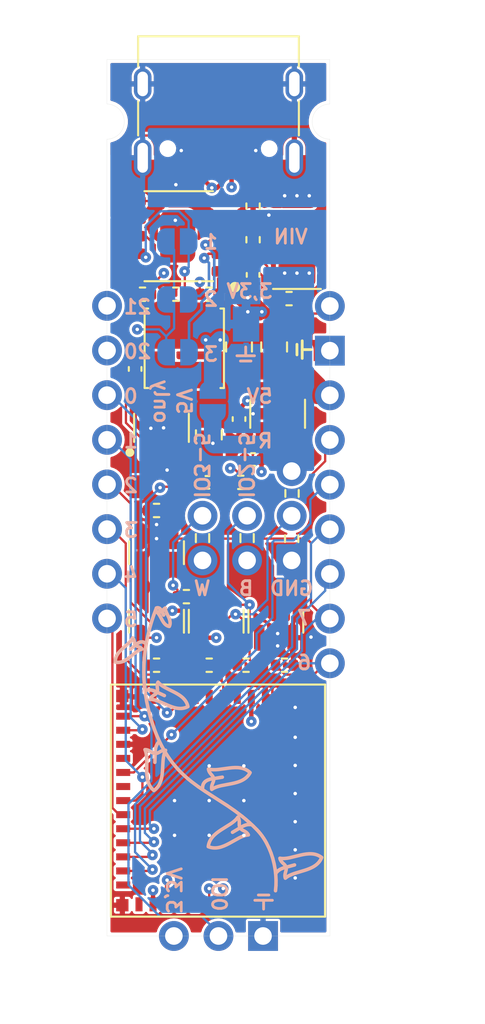
<source format=kicad_pcb>
(kicad_pcb (version 20241229) (generator "pcbnew") (generator_version "9.0")
  (title_block (title "Epi") (date "2022-10-27") (rev "1,1") (company "Rasmus L."))
  (layers (0 "F.Cu" mixed) (4 "In1.Cu" signal) (6 "In2.Cu" signal) (2 "B.Cu" mixed) (13 "F.Paste" user) (15 "B.Paste" user) (5 "F.SilkS" user "F.Silkscreen") (7 "B.SilkS" user "B.Silkscreen") (1 "F.Mask" user) (3 "B.Mask" user) (25 "Edge.Cuts" user))
  (net 0 "")
  (net 1 "+5V")
  (net 2 "GND")
  (net 3 "+3.3V")
  (net 4 "IO0")
  (net 5 "IO1")
  (net 6 "IO2")
  (net 7 "IO3")
  (net 8 "D+")
  (net 9 "D-")
  (net 10 "IO4")
  (net 11 "IO8")
  (net 12 "IO5")
  (net 13 "EN")
  (net 14 "BOOT")
  (net 15 "U0TXD")
  (net 16 "U0RXD")
  (net 17 "IO7")
  (net 18 "IO6")
  (net 22 "IO10")
  (net 23 "Net-(U3-VBUS)")
  (net 24 "IO3_5V")
  (net 25 "B")
  (net 26 "W")
  (net 27 "IO2_5V")
  (net 28 "Net-(JP1-B)")
  (net 29 "Net-(JP2-B)")
  (net 30 "Net-(JP3-A)")
  (net 33 "Net-(J2-CC1)")
  (net 34 "Net-(J2-CC2)")
  (net 36 "VIN")
  (net 37 "Net-(U5-BST)")
  (net 38 "/buck")
  (net 41 "PD")
  (footprint "Resistor_SMD:R_0402_1005Metric" (layer "F.Cu") (at 101.9 68.7 180)
    (property "Reference" "R10" (hide yes))
    (property "Value" "10K")
  )
  (footprint "Resistor_SMD:R_0402_1005Metric" (layer "F.Cu") (at 96.8 68.7 180)
    (property "Reference" "R11" (hide yes))
    (property "Value" "10K")
  )
  (footprint "Package_TO_SOT_SMD:SOT-23" (layer "F.Cu") (at 96.8 66.2 90)
    (property "Reference" "Q2" (hide yes))
    (property "Value" "Q_NMOS_GSD")
  )
  (footprint "Fiducial:Fiducial_0.5mm_Mask1.5mm" (layer "F.Cu") (at 104.8 44.2)
    (property "Reference" "REF**" (hide yes))
    (property "Value" "Fiducial_0.5mm_Mask1.5mm")
  )
  (footprint "Connector_PinHeader_2.54mm:PinHeader_1x09_P2.54mm_Vertical" (layer "F.Cu") (at 106.675 48.27)
    (property "Reference" "J5" (hide yes))
    (property "Value" "Conn_01x09" (hide yes))
  )
  (footprint "Resistor_SMD:R_0402_1005Metric" (layer "F.Cu") (at 97.9 47.6)
    (property "Reference" "R15" (hide yes))
    (property "Value" "1K")
  )
  (footprint "Inductor_SMD:L_Abracon_ASPI-0425" (layer "F.Cu") (at 98.38 50.675 90)
    (property "Reference" "L2" (hide yes))
    (property "Value" "TBD")
  )
  (footprint "Diode_SMD:D_SOD-128" (layer "F.Cu") (at 104.8 44.2 90)
    (property "Reference" "D1" (hide yes))
    (property "Value" "D_Small")
  )
  (footprint "Resistor_SMD:R_0402_1005Metric" (layer "F.Cu") (at 96 47.6 180)
    (property "Reference" "R7" (hide yes))
    (property "Value" "10K")
  )
  (footprint "Resistor_SMD:R_0402_1005Metric" (layer "F.Cu") (at 99.8 68.7 180)
    (property "Reference" "R9" (hide yes))
    (property "Value" "10K")
  )
  (footprint "Package_TO_SOT_SMD:SOT-23-5" (layer "F.Cu") (at 103.7 54.4 90)
    (property "Reference" "U2" (hide yes))
    (property "Value" "MIC5219-3.3YM5")
  )
  (footprint "Capacitor_SMD:C_0402_1005Metric" (layer "F.Cu") (at 102.3 57)
    (property "Reference" "C13" (hide yes))
    (property "Value" "1µF")
  )
  (footprint "Resistor_SMD:R_0402_1005Metric" (layer "F.Cu") (at 98.5 64.8)
    (property "Reference" "R12" (hide yes))
    (property "Value" "10K")
  )
  (footprint "Package_TO_SOT_SMD:SOT-23" (layer "F.Cu") (at 96.8 62.3 -90)
    (property "Reference" "Q3" (hide yes))
    (property "Value" "Q_NMOS_GSD")
  )
  (footprint "Capacitor_SMD:C_0402_1005Metric" (layer "F.Cu") (at 102.3 46.5 -90)
    (property "Reference" "C8" (hide yes))
    (property "Value" "1µF")
  )
  (footprint "Capacitor_SMD:C_0402_1005Metric" (layer "F.Cu") (at 95.58 51.85 90)
    (property "Reference" "C15" (hide yes))
    (property "Value" "100nF")
  )
  (footprint "Resistor_SMD:R_0402_1005Metric" (layer "F.Cu") (at 102.3 44.5 -90)
    (property "Reference" "R3" (hide yes))
    (property "Value" "1K")
  )
  (footprint "DIY:R-668048" (layer "F.Cu") (at 98.18 59.05 180)
    (property "Reference" "SW2" (hide yes))
    (property "Value" "SW_MEC_5G")
  )
  (footprint "Capacitor_SMD:C_0402_1005Metric" (layer "F.Cu") (at 101.5 54.7 90)
    (property "Reference" "C1" (hide yes))
    (property "Value" "1µF")
  )
  (footprint "Package_TO_SOT_SMD:SOT-23" (layer "F.Cu") (at 100.2 66.2 90)
    (property "Reference" "Q1" (hide yes))
    (property "Value" "Q_NMOS_GSD")
  )
  (footprint "Capacitor_SMD:C_0805_2012Metric" (layer "F.Cu") (at 103.5 50.6 90)
    (property "Reference" "C17" (hide yes))
    (property "Value" "22µF")
  )
  (footprint "Capacitor_SMD:C_0402_1005Metric" (layer "F.Cu") (at 99.7 58.3 180)
    (property "Reference" "C11" (hide yes))
    (property "Value" "1µF")
  )
  (footprint "Connector_PinHeader_2.54mm:PinHeader_1x03_P2.54mm_Vertical" (layer "F.Cu") (at 97.787518 84.1 90)
    (property "Reference" "J8" (hide yes))
    (property "Value" "Conn_01x03" (hide yes))
  )
  (footprint "Capacitor_SMD:C_0805_2012Metric" (layer "F.Cu") (at 99.78 55.6 -90)
    (property "Reference" "C10" (hide yes))
    (property "Value" "10µF")
  )
  (footprint "Fiducial:Fiducial_0.5mm_Mask1.5mm" (layer "F.Cu") (at 100.33 36.45)
    (property "Reference" "REF**" (hide yes))
    (property "Value" "Fiducial_0.5mm_Mask1.5mm")
  )
  (footprint "Fiducial:Fiducial_0.5mm_Mask1.5mm" (layer "F.Cu") (at 98.6 80.3)
    (property "Reference" "REF**" (hide yes))
    (property "Value" "Fiducial_0.5mm_Mask1.5mm")
  )
  (footprint "Resistor_SMD:R_0402_1005Metric" (layer "F.Cu") (at 104.35 47.85 180)
    (property "Reference" "R8" (hide yes))
    (property "Value" "1K")
  )
  (footprint "Resistor_SMD:R_0402_1005Metric" (layer "F.Cu") (at 101.6 58.3 180)
    (property "Reference" "R6" (hide yes))
    (property "Value" "10kΩ")
  )
  (footprint "Resistor_SMD:R_0402_1005Metric" (layer "F.Cu") (at 99.8 47.6 180)
    (property "Reference" "R1" (hide yes))
    (property "Value" "TBD")
  )
  (footprint "Resistor_SMD:R_0402_1005Metric" (layer "F.Cu") (at 104.09 68.7 180)
    (property "Reference" "R13" (hide yes))
    (property "Value" "10K")
  )
  (footprint "Package_TO_SOT_SMD:TSOT-23-6" (layer "F.Cu") (at 97.08 55.2 90)
    (property "Reference" "U5" (hide yes))
    (property "Value" "AP63205WU")
  )
  (footprint "Package_TO_SOT_SMD:SOT-23" (layer "F.Cu") (at 103.6 66.2 90)
    (property "Reference" "Q4" (hide yes))
    (property "Value" "Q_NMOS_GSD")
  )
  (footprint "Resistor_SMD:R_0402_1005Metric" (layer "F.Cu") (at 96.8 59.9)
    (property "Reference" "R14" (hide yes))
    (property "Value" "10K")
  )
  (footprint "Connector_PinHeader_2.54mm:PinHeader_2x03_P2.54mm_Horizontal" (layer "F.Cu") (at 104.5 60.2 -90)
    (property "Reference" "J7" (hide yes))
    (property "Value" "Conn_02x03" (hide yes))
  )
  (footprint "PCM_Espressif:ESP32-C3-MINI-1" (layer "F.Cu") (at 102.5 76.4 -90)
    (property "Reference" "U1" (hide yes))
    (property "Value" "ESP32-C3-MINI-1")
  )
  (footprint "Package_SO:SOIC-10_3.9x4.9mm_P1mm" (layer "F.Cu") (at 98.0625 44.3 180)
    (property "Reference" "U3" (hide yes))
    (property "Value" "~")
  )
  (footprint "Connector_PinHeader_2.54mm:PinHeader_1x08_P2.54mm_Vertical" (layer "F.Cu") (at 93.98 48.26)
    (property "Reference" "J1" (hide yes))
    (property "Value" "Conn_01x08" (hide yes))
  )
  (footprint "Resistor_SMD:R_0402_1005Metric" (layer "F.Cu") (at 102.3 42.59 -90)
    (property "Reference" "RV3" (hide yes))
    (property "Value" "Varistor")
  )
  (footprint "Connector_USB:USB_C_Receptacle_G-Switch_GT-USB-7010ASV" (layer "F.Cu") (at 100.33 36.715 180)
    (property "Reference" "J2" (hide yes))
    (property "Value" "USB_C_Receptacle_USB2.0")
  )
  (footprint "Capacitor_SMD:C_0805_2012Metric" (layer "F.Cu") (at 101.5 50.6 90)
    (property "Reference" "C16" (hide yes))
    (property "Value" "22µF")
  )
  (footprint "Jumper:SolderJumper-2_P1.3mm_Open_RoundedPad1.0x1.5mm" (layer "B.Cu") (at 100 53.7 -90)
    (property "Reference" "JP4" (hide yes))
    (property "Value" "Jumper" (hide yes))
  )
  (footprint "Jumper:SolderJumper-2_P1.3mm_Open_RoundedPad1.0x1.5mm" (layer "B.Cu") (at 97.98 44.6 180)
    (property "Reference" "JP3" (hide yes))
    (property "Value" "Jumper" (hide yes))
  )
  (footprint "TestPoint:TestPoint_Pad_3.0x3.0mm" (layer "B.Cu") (at 101.9 49.3 180)
    (property "Reference" "J4" (hide yes))
    (property "Value" "Conn_01x01" (hide yes))
  )
  (footprint "Jumper:SolderJumper-2_P1.3mm_Open_RoundedPad1.0x1.5mm" (layer "B.Cu") (at 97.98 47.9)
    (property "Reference" "JP1" (hide yes))
    (property "Value" "Jumper" (hide yes))
  )
  (footprint "Jumper:SolderJumper-2_P1.3mm_Open_RoundedPad1.0x1.5mm" (layer "B.Cu") (at 98 50.9)
    (property "Reference" "JP2" (hide yes))
    (property "Value" "Jumper" (hide yes))
  )
  (gr_line (start 105.1 50.75) (end 105.1 51.25) (stroke (width 0.16)) (layer "F.SilkS"))
  (gr_line (start 104.8 51.05) (end 104.8 50.45) (stroke (width 0.16)) (layer "F.SilkS"))
  (gr_line (start 105.1 50.75) (end 105.1 50.25) (stroke (width 0.16)) (layer "F.SilkS"))
  (gr_line (start 105.6 50.75) (end 105.1 50.75) (stroke (width 0.16)) (layer "F.SilkS"))
  (gr_line (start 97.556681 74.046895) (end 97.398474 73.814736) (stroke (width 0.199999)) (layer "B.SilkS"))
  (gr_line (start 96.297963 67.046268) (end 96.396007 66.64493) (stroke (width 0.199999)) (layer "B.SilkS"))
  (gr_line (start 103.203636 79.092098) (end 103.063034 78.808342) (stroke (width 0.199999)) (layer "B.SilkS"))
  (gr_line (start 103.578406 81.525914) (end 103.604076 81.233149) (stroke (width 0.199999)) (layer "B.SilkS"))
  (gr_line (start 96.740834 73.445866) (end 96.750174 73.402252) (stroke (width 0.199999)) (layer "B.SilkS"))
  (gr_line (start 96.115514 69.913584) (end 96.084911 69.496241) (stroke (width 0.199999)) (layer "B.SilkS"))
  (gr_line (start 99.914556 75.169781) (end 99.860579 75.181712) (stroke (width 0.199999)) (layer "B.SilkS"))
  (gr_line (start 96.642251 65.8463) (end 96.789682 65.448573) (stroke (width 0.199999)) (layer "B.SilkS"))
  (gr_line (start 98.23938 74.840952) (end 98.061767 74.660358) (stroke (width 0.199999)) (layer "B.SilkS"))
  (gr_line (start 96.721479 73.639327) (end 96.723564 73.588053) (stroke (width 0.199999)) (layer "B.SilkS"))
  (gr_line (start 99.658396 75.259152) (end 99.61385 75.287221) (stroke (width 0.199999)) (layer "B.SilkS"))
  (gr_line (start 95.893185 67.37944) (end 95.911438 67.376234) (stroke (width 0.199999)) (layer "B.SilkS"))
  (gr_line (start 99.452777 75.492639) (end 99.44385 75.519909) (stroke (width 0.199999)) (layer "B.SilkS"))
  (gr_line (start 101.803942 77.817027) (end 101.845761 77.801523) (stroke (width 0.199999)) (layer "B.SilkS"))
  (gr_line (start 99.57273 75.319287) (end 99.553615 75.336899) (stroke (width 0.199999)) (layer "B.SilkS"))
  (gr_line (start 96.510898 66.245014) (end 96.642251 65.8463) (stroke (width 0.199999)) (layer "B.SilkS"))
  (gr_line (start 96.750174 73.402252) (end 96.761261 73.360484) (stroke (width 0.199999)) (layer "B.SilkS"))
  (gr_poly (pts (xy 96.926617 69.707565) (xy 96.970337 69.751154) (xy 97.017679 69.79265) (xy 97.068338 69.832267) (xy 97.122007 69.870223) (xy 97.17838 69.906728) (xy 97.298004 69.97626) (xy 97.424757 70.042583) (xy 97.556183 70.107423) (xy 97.82324 70.239543) (xy 97.953955 70.310269) (xy 98.079526 70.386405) (xy 98.139614 70.427039) (xy 98.197494 70.469671) (xy 98.252862 70.514516) (xy 98.305407 70.561792) (xy 98.354825 70.611712) (xy 98.400807 70.664491) (xy 98.443049 70.720348) (xy 98.481243 70.779489) (xy 98.515079 70.842143) (xy 98.544255 70.908514) (xy 98.56846 70.978824) (xy 98.587389 71.053285) (xy 98.518173 71.08663) (xy 98.448748 71.113265) (xy 98.379146 71.133563) (xy 98.309398 71.147898) (xy 98.239538 71.156644) (xy 98.169597 71.16017) (xy 98.099609 71.158855) (xy 98.029605 71.153071) (xy 97.959616 71.143189) (xy 97.889676 71.129587) (xy 97.819816 71.112635) (xy 97.75007 71.092706) (xy 97.611044 71.045422) (xy 97.472853 70.990717) (xy 97.200012 70.871004) (xy 97.065876 70.811973) (xy 96.933608 70.757474) (xy 96.803461 70.710502) (xy 96.739265 70.690769) (xy 96.675698 70.674039) (xy 96.612788 70.660683) (xy 96.550569 70.651074) (xy 96.489077 70.645589) (xy 96.42834 70.644598) (xy 96.428306 70.644572) (xy 96.437978 70.621906) (xy 96.448702 70.600542) (xy 96.46039 70.58041) (xy 96.472945 70.561437) (xy 96.486277 70.543558) (xy 96.500294 70.526702) (xy 96.514901 70.5108) (xy 96.530011 70.495782) (xy 96.56135 70.468122) (xy 96.593577 70.443167) (xy 96.625952 70.420365) (xy 96.657734 70.399159) (xy 96.71656 70.359317) (xy 96.742124 70.339574) (xy 96.764136 70.319208) (xy 96.77358 70.308619) (xy 96.781857 70.297666) (xy 96.788878 70.286279) (xy 96.794548 70.274392) (xy 96.798774 70.261933) (xy 96.801464 70.248834) (xy 96.802527 70.235024) (xy 96.80187 70.220435) (xy 96.813474 70.211564) (xy 96.823375 70.201873) (xy 96.831686 70.191393) (xy 96.838519 70.180149) (xy 96.843987 70.168167) (xy 96.848201 70.155472) (xy 96.851277 70.142092) (xy 96.853326 70.128052) (xy 96.85446 70.11338) (xy 96.85479 70.098101) (xy 96.853494 70.065827) (xy 96.85034 70.031441) (xy 96.846226 69.995156) (xy 96.842053 69.957177) (xy 96.838722 69.91772) (xy 96.837134 69.876993) (xy 96.837274 69.856217) (xy 96.838188 69.835204) (xy 96.839985 69.813979) (xy 96.842783 69.792567) (xy 96.846689 69.770996) (xy 96.851821 69.749292) (xy 96.858289 69.727479) (xy 96.866203 69.705587) (xy 96.875679 69.68364) (xy 96.886828 69.661664)) (stroke (width 0.199999)) (fill no) (layer "B.SilkS"))
  (gr_line (start 103.323303 79.387247) (end 103.203636 79.092098) (stroke (width 0.199999)) (layer "B.SilkS"))
  (gr_line (start 95.948286 67.372946) (end 95.966858 67.372961) (stroke (width 0.199999)) (layer "B.SilkS"))
  (gr_line (start 95.85709 67.388728) (end 95.875067 67.383621) (stroke (width 0.199999)) (layer "B.SilkS"))
  (gr_line (start 99.4267 75.609957) (end 99.424407 75.642824) (stroke (width 0.199999)) (layer "B.SilkS"))
  (gr_line (start 102.12167 77.75988) (end 102.158793 77.763034) (stroke (width 0.199999)) (layer "B.SilkS"))
  (gr_line (start 96.117332 67.419483) (end 96.136194 67.431842) (stroke (width 0.199999)) (layer "B.SilkS"))
  (gr_line (start 101.927552 77.777871) (end 101.967541 77.769647) (stroke (width 0.199999)) (layer "B.SilkS"))
  (gr_line (start 102.9 82.07) (end 103.4 82.07) (stroke (width 0.16)) (layer "B.SilkS"))
  (gr_line (start 95.875067 67.383621) (end 95.893185 67.37944) (stroke (width 0.199999)) (layer "B.SilkS"))
  (gr_line (start 99.705855 75.234822) (end 99.658396 75.259152) (stroke (width 0.199999)) (layer "B.SilkS"))
  (gr_line (start 101.630267 77.904428) (end 101.674662 77.878694) (stroke (width 0.199999)) (layer "B.SilkS"))
  (gr_line (start 101.58 51.4) (end 102.18 51.4) (stroke (width 0.16)) (layer "B.SilkS"))
  (gr_line (start 96.153942 67.854068) (end 96.217147 67.449242) (stroke (width 0.199999)) (layer "B.SilkS"))
  (gr_line (start 97.000721 65.493015) (end 96.991854 65.485103) (stroke (width 0.199999)) (layer "B.SilkS"))
  (gr_line (start 102.81278 78.410495) (end 102.718848 78.286756) (stroke (width 0.199999)) (layer "B.SilkS"))
  (gr_line (start 96.909646 73.089366) (end 96.935254 73.062933) (stroke (width 0.199999)) (layer "B.SilkS"))
  (gr_line (start 98.606852 75.173098) (end 98.421164 75.011488) (stroke (width 0.199999)) (layer "B.SilkS"))
  (gr_line (start 103.677737 80.436492) (end 103.652185 80.4642) (stroke (width 0.199999)) (layer "B.SilkS"))
  (gr_line (start 100.829272 76.685777) (end 99.993097 76.149631) (stroke (width 0.199999)) (layer "B.SilkS"))
  (gr_line (start 99.553615 75.336899) (end 99.53555 75.355606) (stroke (width 0.199999)) (layer "B.SilkS"))
  (gr_line (start 99.502821 75.396433) (end 99.488287 75.418617) (stroke (width 0.199999)) (layer "B.SilkS"))
  (gr_line (start 95.613092 67.542736) (end 95.642094 67.51682) (stroke (width 0.199999)) (layer "B.SilkS"))
  (gr_line (start 99.592831 75.302738) (end 99.57273 75.319287) (stroke (width 0.199999)) (layer "B.SilkS"))
  (gr_line (start 99.488287 75.418617) (end 99.475061 75.442026) (stroke (width 0.199999)) (layer "B.SilkS"))
  (gr_line (start 96.958117 73.019385) (end 96.823659 72.717533) (stroke (width 0.199999)) (layer "B.SilkS"))
  (gr_line (start 99.53555 75.355606) (end 99.518598 75.37544) (stroke (width 0.199999)) (layer "B.SilkS"))
  (gr_line (start 96.95324 65.458481) (end 96.942778 65.453241) (stroke (width 0.199999)) (layer "B.SilkS"))
  (gr_line (start 103.604076 81.233149) (end 103.609115 80.931242) (stroke (width 0.199999)) (layer "B.SilkS"))
  (gr_line (start 96.714872 70.17868) (end 96.672648 70.161347) (stroke (width 0.199999)) (layer "B.SilkS"))
  (gr_line (start 95.911438 67.376234) (end 95.929809 67.374053) (stroke (width 0.199999)) (layer "B.SilkS"))
  (gr_line (start 102.718848 78.286756) (end 102.619648 78.168067) (stroke (width 0.199999)) (layer "B.SilkS"))
  (gr_line (start 96.818917 65.440719) (end 96.804495 65.444157) (stroke (width 0.199999)) (layer "B.SilkS"))
  (gr_line (start 99.424407 75.642824) (end 99.423932 75.677171) (stroke (width 0.199999)) (layer "B.SilkS"))
  (gr_line (start 99.463202 75.466689) (end 99.452777 75.492639) (stroke (width 0.199999)) (layer "B.SilkS"))
  (gr_line (start 101.675755 77.296661) (end 101.25231 76.977346) (stroke (width 0.199999)) (layer "B.SilkS"))
  (gr_poly (pts (xy 95.449976 67.157863) (xy 95.461453 67.172299) (xy 95.471757 67.187008) (xy 95.480968 67.201949) (xy 95.489162 67.217079) (xy 95.496418 67.232356) (xy 95.502814 67.247738) (xy 95.508429 67.263183) (xy 95.513342 67.278647) (xy 95.517632 67.29409) (xy 95.524654 67.324741) (xy 95.530124 67.354797) (xy 95.534666 67.38392) (xy 95.538912 67.411772) (xy 95.543492 67.438015) (xy 95.549029 67.46231) (xy 95.552352 67.473622) (xy 95.556153 67.48432) (xy 95.560507 67.494363) (xy 95.565495 67.503707) (xy 95.571191 67.512311) (xy 95.577677 67.520133) (xy 95.585031 67.527129) (xy 95.593332 67.533259) (xy 95.602657 67.538477) (xy 95.613086 67.542745) (xy 95.615535 67.553745) (xy 95.619109 67.563814) (xy 95.623752 67.573029) (xy 95.629409 67.581457) (xy 95.636024 67.589168) (xy 95.643546 67.596233) (xy 95.651916 67.602724) (xy 95.661081 67.608708) (xy 95.670985 67.614257) (xy 95.681575 67.61944) (xy 95.70459 67.628996) (xy 95.756423 67.646815) (xy 95.784364 67.656205) (xy 95.813066 67.666665) (xy 95.842093 67.678755) (xy 95.871004 67.693039) (xy 95.885282 67.70118) (xy 95.899364 67.71008) (xy 95.913197 67.719808) (xy 95.926728 67.730437) (xy 95.939901 67.742036) (xy 95.952661 67.754675) (xy 95.964952 67.768424) (xy 95.97672 67.783355) (xy 95.976711 67.78337) (xy 95.93168 67.796344) (xy 95.886989 67.812819) (xy 95.842591 67.832509) (xy 95.798435 67.855129) (xy 95.710632 67.908023) (xy 95.623177 67.969226) (xy 95.535655 68.036456) (xy 95.447656 68.107441) (xy 95.268586 68.251559) (xy 95.176697 68.320138) (xy 95.082689 68.383361) (xy 94.986154 68.438951) (xy 94.936809 68.46317) (xy 94.88668 68.484629) (xy 94.835713 68.50304) (xy 94.783856 68.518122) (xy 94.731061 68.529585) (xy 94.677275 68.537148) (xy 94.622445 68.540525) (xy 94.566523 68.539431) (xy 94.509455 68.533583) (xy 94.451191 68.522696) (xy 94.450286 68.463431) (xy 94.454146 68.406195) (xy 94.462502 68.350888) (xy 94.475079 68.297415) (xy 94.491605 68.245675) (xy 94.511811 68.195569) (xy 94.53542 68.147001) (xy 94.562164 68.099868) (xy 94.591771 68.054077) (xy 94.623967 68.009525) (xy 94.695046 67.923749) (xy 94.77322 67.841753) (xy 94.856317 67.762748) (xy 95.028576 67.610555) (xy 95.113386 67.535791) (xy 95.194419 67.460863) (xy 95.269497 67.384983) (xy 95.336443 67.307362) (xy 95.366189 67.267652) (xy 95.393084 67.227211) (xy 95.416861 67.185943) (xy 95.437245 67.143745)) (stroke (width 0.199999)) (fill no) (layer "B.SilkS"))
  (gr_line (start 96.788569 73.282369) (end 96.804737 73.245966) (stroke (width 0.199999)) (layer "B.SilkS"))
  (gr_line (start 95.769792 67.426413) (end 95.804144 67.409107) (stroke (width 0.199999)) (layer "B.SilkS"))
  (gr_line (start 99.475061 75.442026) (end 99.463202 75.466689) (stroke (width 0.199999)) (layer "B.SilkS"))
  (gr_line (start 97.398474 73.814736) (end 97.245798 73.566853) (stroke (width 0.199999)) (layer "B.SilkS"))
  (gr_line (start 101.886963 77.788485) (end 101.927552 77.777871) (stroke (width 0.199999)) (layer "B.SilkS"))
  (gr_line (start 103.652185 80.4642) (end 103.628599 80.493039) (stroke (width 0.199999)) (layer "B.SilkS"))
  (gr_line (start 96.574859 72.051929) (end 96.440868 71.616654) (stroke (width 0.199999)) (layer "B.SilkS"))
  (gr_line (start 97.09892 73.302113) (end 96.958117 73.019385) (stroke (width 0.199999)) (layer "B.SilkS"))
  (gr_line (start 102.90145 78.538918) (end 102.81278 78.410495) (stroke (width 0.199999)) (layer "B.SilkS"))
  (gr_line (start 99.61385 75.287221) (end 99.592831 75.302738) (stroke (width 0.199999)) (layer "B.SilkS"))
  (gr_line (start 96.973184 65.470725) (end 96.963375 65.46432) (stroke (width 0.199999)) (layer "B.SilkS"))
  (gr_line (start 96.440868 71.616654) (end 96.328323 71.185399) (stroke (width 0.199999)) (layer "B.SilkS"))
  (gr_line (start 100.023042 75.153038) (end 100.547856 75.067255) (stroke (width 0.199999)) (layer "B.SilkS"))
  (gr_line (start 103.063034 78.808342) (end 102.984867 78.671654) (stroke (width 0.199999)) (layer "B.SilkS"))
  (gr_poly (pts (xy 97.298156 65.476772) (xy 97.301704 65.506672) (xy 97.307274 65.536868) (xy 97.314681 65.567346) (xy 97.334276 65.629114) (xy 97.359031 65.691893) (xy 97.480419 65.951462) (xy 97.509057 66.018053) (xy 97.53409 66.085157) (xy 97.554057 66.152691) (xy 97.561685 66.186594) (xy 97.567498 66.220574) (xy 97.571315 66.25462) (xy 97.572955 66.288721) (xy 97.572229 66.322868) (xy 97.56896 66.35705) (xy 97.562965 66.391257) (xy 97.554061 66.425478) (xy 97.542064 66.459704) (xy 97.526793 66.493922) (xy 97.490223 66.485754) (xy 97.455601 66.474955) (xy 97.422831 66.461676) (xy 97.391803 66.446073) (xy 97.362427 66.428295) (xy 97.334596 66.408498) (xy 97.30821 66.386831) (xy 97.283169 66.363451) (xy 97.259374 66.338507) (xy 97.236723 66.312154) (xy 97.194448 66.255828) (xy 97.155543 66.195695) (xy 97.1192 66.132976) (xy 97.050989 66.004667) (xy 97.017506 65.941517) (xy 96.983366 65.880669) (xy 96.947765 65.82334) (xy 96.909898 65.770755) (xy 96.889864 65.746623) (xy 96.868958 65.724131) (xy 96.847083 65.703439) (xy 96.82414 65.684695) (xy 96.824143 65.684687) (xy 96.834697 65.678938) (xy 96.845262 65.674005) (xy 96.855823 65.669834) (xy 96.866364 65.666369) (xy 96.876872 65.663558) (xy 96.887332 65.661345) (xy 96.89773 65.659675) (xy 96.908053 65.658496) (xy 96.92841 65.657384) (xy 96.948289 65.657577) (xy 96.967572 65.658639) (xy 96.986146 65.66013) (xy 97.020704 65.662668) (xy 97.036456 65.662842) (xy 97.051038 65.661702) (xy 97.057853 65.660506) (xy 97.064332 65.658818) (xy 97.070461 65.656582) (xy 97.076226 65.653748) (xy 97.081609 65.650259) (xy 97.086599 65.64606) (xy 97.091182 65.641097) (xy 97.095342 65.635317) (xy 97.102464 65.635432) (xy 97.109181 65.634718) (xy 97.115532 65.633221) (xy 97.121546 65.630985) (xy 97.12726 65.628052) (xy 97.132713 65.62447) (xy 97.137935 65.620279) (xy 97.142963 65.615526) (xy 97.147834 65.610255) (xy 97.15258 65.604507) (xy 97.161843 65.591764) (xy 97.171034 65.577652) (xy 97.180433 65.562522) (xy 97.19032 65.546727) (xy 97.200976 65.53062) (xy 97.212682 65.514553) (xy 97.219018 65.506646) (xy 97.225722 65.498879) (xy 97.232828 65.491302) (xy 97.240374 65.483952) (xy 97.248391 65.476879) (xy 97.256918 65.470126) (xy 97.265988 65.463733) (xy 97.275634 65.457748) (xy 97.285898 65.452213) (xy 97.296808 65.447175)) (stroke (width 0.199999)) (fill no) (layer "B.SilkS"))
  (gr_line (start 102.306934 77.84749) (end 102.097434 77.652789) (stroke (width 0.199999)) (layer "B.SilkS"))
  (gr_line (start 101.88 51.1) (end 102.38 51.1) (stroke (width 0.16)) (layer "B.SilkS"))
  (gr_line (start 96.885346 65.43712) (end 96.872801 65.436132) (stroke (width 0.199999)) (layer "B.SilkS"))
  (gr_line (start 96.511881 70.114755) (end 96.473662 70.108624) (stroke (width 0.199999)) (layer "B.SilkS"))
  (gr_line (start 104.149853 80.199559) (end 104.662728 80.059026) (stroke (width 0.199999)) (layer "B.SilkS"))
  (gr_line (start 96.841969 73.178327) (end 96.862976 73.147034) (stroke (width 0.199999)) (layer "B.SilkS"))
  (gr_line (start 96.942778 65.453241) (end 96.931981 65.44863) (stroke (width 0.199999)) (layer "B.SilkS"))
  (gr_line (start 95.839267 67.394711) (end 95.85709 67.388728) (stroke (width 0.199999)) (layer "B.SilkS"))
  (gr_line (start 95.966858 67.372961) (end 95.985511 67.374151) (stroke (width 0.199999)) (layer "B.SilkS"))
  (gr_line (start 103.705286 80.40994) (end 103.677737 80.436492) (stroke (width 0.199999)) (layer "B.SilkS"))
  (gr_line (start 96.727504 73.538738) (end 96.733269 73.491351) (stroke (width 0.199999)) (layer "B.SilkS"))
  (gr_line (start 96.672648 70.161347) (end 96.631249 70.146319) (stroke (width 0.199999)) (layer "B.SilkS"))
  (gr_line (start 97.047736 65.548574) (end 97.033211 65.528724) (stroke (width 0.199999)) (layer "B.SilkS"))
  (gr_line (start 95.672364 67.491833) (end 95.703802 67.468172) (stroke (width 0.199999)) (layer "B.SilkS"))
  (gr_line (start 96.822545 73.211295) (end 96.841969 73.178327) (stroke (width 0.199999)) (layer "B.SilkS"))
  (gr_line (start 102.515177 78.054795) (end 102.306934 77.84749) (stroke (width 0.199999)) (layer "B.SilkS"))
  (gr_line (start 96.761261 73.360484) (end 96.774068 73.320533) (stroke (width 0.199999)) (layer "B.SilkS"))
  (gr_line (start 96.757934 70.198358) (end 96.714872 70.17868) (stroke (width 0.199999)) (layer "B.SilkS"))
  (gr_line (start 96.25999 70.115601) (end 96.226874 70.123741) (stroke (width 0.199999)) (layer "B.SilkS"))
  (gr_line (start 96.155026 67.445818) (end 96.173816 67.461462) (stroke (width 0.199999)) (layer "B.SilkS"))
  (gr_line (start 97.017553 65.51012) (end 97.000721 65.493015) (stroke (width 0.199999)) (layer "B.SilkS"))
  (gr_line (start 104.149853 80.199559) (end 104.098099 80.212138) (stroke (width 0.199999)) (layer "B.SilkS"))
  (gr_line (start 96.823659 72.717533) (end 96.695815 72.395425) (stroke (width 0.199999)) (layer "B.SilkS"))
  (gr_line (start 97.888599 74.468572) (end 97.720146 74.264463) (stroke (width 0.199999)) (layer "B.SilkS"))
  (gr_line (start 99.968882 75.160308) (end 99.914556 75.169781) (stroke (width 0.199999)) (layer "B.SilkS"))
  (gr_line (start 103.766516 80.360371) (end 103.734869 80.384558) (stroke (width 0.199999)) (layer "B.SilkS"))
  (gr_line (start 97.095341 65.635314) (end 97.084933 65.613038) (stroke (width 0.199999)) (layer "B.SilkS"))
  (gr_line (start 96.721276 73.692585) (end 96.721479 73.639327) (stroke (width 0.199999)) (layer "B.SilkS"))
  (gr_poly (pts (xy 99.82159 74.617591) (xy 99.887359 74.62993) (xy 99.955095 74.638179) (xy 100.024652 74.642721) (xy 100.168663 74.642204) (xy 100.318246 74.63142) (xy 100.949365 74.546456) (xy 101.109612 74.52997) (xy 101.268552 74.521468) (xy 101.425039 74.523996) (xy 101.502005 74.530344) (xy 101.577929 74.540594) (xy 101.652665 74.555119) (xy 101.726073 74.574304) (xy 101.798005 74.598528) (xy 101.868324 74.628169) (xy 101.936883 74.663611) (xy 102.003538 74.705231) (xy 102.068149 74.753412) (xy 102.13057 74.808532) (xy 102.088949 74.88066) (xy 102.043044 74.946906) (xy 101.99311 75.007586) (xy 101.939404 75.063013) (xy 101.882185 75.113503) (xy 101.821709 75.159371) (xy 101.75823 75.200932) (xy 101.69201 75.2385) (xy 101.623299 75.27239) (xy 101.552363 75.302917) (xy 101.404826 75.355143) (xy 101.251451 75.397696) (xy 101.094298 75.433093) (xy 100.468976 75.553517) (xy 100.323747 75.590925) (xy 100.187068 75.636292) (xy 100.122576 75.662746) (xy 100.060994 75.692137) (xy 100.002577 75.724775) (xy 99.947583 75.760977) (xy 99.947553 75.760974) (xy 99.942374 75.734771) (xy 99.938934 75.709089) (xy 99.937105 75.683924) (xy 99.936764 75.659267) (xy 99.937784 75.635115) (xy 99.940043 75.611461) (xy 99.943413 75.588301) (xy 99.947772 75.565628) (xy 99.95299 75.543435) (xy 99.958946 75.52172) (xy 99.972568 75.479695) (xy 99.987633 75.439506) (xy 100.003145 75.401108) (xy 100.018097 75.364457) (xy 100.031491 75.32951) (xy 100.042326 75.296217) (xy 100.046471 75.280179) (xy 100.049598 75.264538) (xy 100.051588 75.24929) (xy 100.05231 75.234425) (xy 100.051642 75.219943) (xy 100.049458 75.205836) (xy 100.045634 75.192096) (xy 100.040043 75.178722) (xy 100.032561 75.165707) (xy 100.023062 75.153042) (xy 100.028036 75.138012) (xy 100.030983 75.12329) (xy 100.032026 75.108829) (xy 100.031277 75.094587) (xy 100.028857 75.080518) (xy 100.024878 75.066576) (xy 100.019461 75.052716) (xy 100.012722 75.038892) (xy 100.004777 75.025061) (xy 99.995742 75.011177) (xy 99.974875 74.983067) (xy 99.951052 74.954202) (xy 99.925212 74.924219) (xy 99.898283 74.892758) (xy 99.871206 74.859458) (xy 99.844916 74.823957) (xy 99.832356 74.805267) (xy 99.820342 74.785892) (xy 99.808993 74.765787) (xy 99.798422 74.744906) (xy 99.78875 74.723202) (xy 99.78009 74.700633) (xy 99.772561 74.677151) (xy 99.766281 74.652713) (xy 99.761366 74.627273) (xy 99.75793 74.600785)) (stroke (width 0.199999)) (fill no) (layer "B.SilkS"))
  (gr_line (start 96.473662 70.108624) (end 96.436209 70.104634) (stroke (width 0.199999)) (layer "B.SilkS"))
  (gr_line (start 96.801845 70.22041) (end 97.246473 70.427818) (stroke (width 0.199999)) (layer "B.SilkS"))
  (gr_line (start 99.80746 75.196358) (end 99.755715 75.213977) (stroke (width 0.199999)) (layer "B.SilkS"))
  (gr_line (start 97.245798 73.566853) (end 97.09892 73.302113) (stroke (width 0.199999)) (layer "B.SilkS"))
  (gr_line (start 99.755715 75.213977) (end 99.705855 75.234822) (stroke (width 0.199999)) (layer "B.SilkS"))
  (gr_line (start 97.095341 65.635314) (end 97.202781 65.849127) (stroke (width 0.199999)) (layer "B.SilkS"))
  (gr_line (start 96.396007 66.64493) (end 96.510898 66.245014) (stroke (width 0.199999)) (layer "B.SilkS"))
  (gr_line (start 95.642094 67.51682) (end 95.672364 67.491833) (stroke (width 0.199999)) (layer "B.SilkS"))
  (gr_line (start 101.718402 77.855574) (end 101.761491 77.83503) (stroke (width 0.199999)) (layer "B.SilkS"))
  (gr_line (start 102.045752 77.760213) (end 102.083992 77.758928) (stroke (width 0.199999)) (layer "B.SilkS"))
  (gr_line (start 103.628599 80.493039) (end 103.606943 80.522996) (stroke (width 0.199999)) (layer "B.SilkS"))
  (gr_line (start 99.436486 75.548531) (end 99.430747 75.578536) (stroke (width 0.199999)) (layer "B.SilkS"))
  (gr_line (start 101.674662 77.878694) (end 101.718402 77.855574) (stroke (width 0.199999)) (layer "B.SilkS"))
  (gr_line (start 95.929809 67.374053) (end 95.948286 67.372946) (stroke (width 0.199999)) (layer "B.SilkS"))
  (gr_line (start 96.084911 69.496241) (end 96.073833 69.081836) (stroke (width 0.199999)) (layer "B.SilkS"))
  (gr_line (start 101.88 50.6) (end 101.88 51.1) (stroke (width 0.16)) (layer "B.SilkS"))
  (gr_line (start 96.590663 70.133569) (end 96.550876 70.123058) (stroke (width 0.199999)) (layer "B.SilkS"))
  (gr_line (start 101.845761 77.801523) (end 101.886963 77.788485) (stroke (width 0.199999)) (layer "B.SilkS"))
  (gr_line (start 96.631249 70.146319) (end 96.590663 70.133569) (stroke (width 0.199999)) (layer "B.SilkS"))
  (gr_line (start 104.001666 80.24138) (end 103.956919 80.258004) (stroke (width 0.199999)) (layer "B.SilkS"))
  (gr_line (start 103.956919 80.258004) (end 103.914437 80.275936) (stroke (width 0.199999)) (layer "B.SilkS"))
  (gr_line (start 102.006939 77.763772) (end 102.045752 77.760213) (stroke (width 0.199999)) (layer "B.SilkS"))
  (gr_line (start 96.897531 65.438893) (end 96.885346 65.43712) (stroke (width 0.199999)) (layer "B.SilkS"))
  (gr_line (start 102.083992 77.758928) (end 102.12167 77.75988) (stroke (width 0.199999)) (layer "B.SilkS"))
  (gr_line (start 96.098454 67.408697) (end 96.117332 67.419483) (stroke (width 0.199999)) (layer "B.SilkS"))
  (gr_line (start 102.984867 78.671654) (end 102.90145 78.538918) (stroke (width 0.199999)) (layer "B.SilkS"))
  (gr_line (start 96.85989 65.435969) (end 96.846608 65.436658) (stroke (width 0.199999)) (layer "B.SilkS"))
  (gr_line (start 96.108733 68.260965) (end 96.153942 67.854068) (stroke (width 0.199999)) (layer "B.SilkS"))
  (gr_line (start 96.862976 73.147034) (end 96.885543 73.11739) (stroke (width 0.199999)) (layer "B.SilkS"))
  (gr_line (start 103.874191 80.295159) (end 103.836144 80.315652) (stroke (width 0.199999)) (layer "B.SilkS"))
  (gr_line (start 96.060694 67.391631) (end 96.079571 67.399429) (stroke (width 0.199999)) (layer "B.SilkS"))
  (gr_line (start 96.004235 67.376563) (end 96.023015 67.380248) (stroke (width 0.199999)) (layer "B.SilkS"))
  (gr_line (start 95.613092 67.542736) (end 95.323761 67.786768) (stroke (width 0.199999)) (layer "B.SilkS"))
  (gr_line (start 95.804144 67.409107) (end 95.839267 67.394711) (stroke (width 0.199999)) (layer "B.SilkS"))
  (gr_line (start 101.585201 77.932815) (end 101.127231 78.203102) (stroke (width 0.199999)) (layer "B.SilkS"))
  (gr_line (start 96.2938 70.109397) (end 96.25999 70.115601) (stroke (width 0.199999)) (layer "B.SilkS"))
  (gr_line (start 96.804737 73.245966) (end 96.822545 73.211295) (stroke (width 0.199999)) (layer "B.SilkS"))
  (gr_line (start 96.832953 65.438229) (end 96.818917 65.440719) (stroke (width 0.199999)) (layer "B.SilkS"))
  (gr_line (start 101.88 51.1) (end 101.38 51.1) (stroke (width 0.16)) (layer "B.SilkS"))
  (gr_line (start 97.073557 65.590985) (end 97.061172 65.569411) (stroke (width 0.199999)) (layer "B.SilkS"))
  (gr_line (start 96.073833 69.081836) (end 96.081903 68.670148) (stroke (width 0.199999)) (layer "B.SilkS"))
  (gr_line (start 102.097434 77.652789) (end 101.886951 77.469557) (stroke (width 0.199999)) (layer "B.SilkS"))
  (gr_line (start 96.436209 70.104634) (end 96.399507 70.102751) (stroke (width 0.199999)) (layer "B.SilkS"))
  (gr_line (start 96.363547 70.10294) (end 96.328316 70.105166) (stroke (width 0.199999)) (layer "B.SilkS"))
  (gr_line (start 103.609115 80.931242) (end 103.593477 80.623126) (stroke (width 0.199999)) (layer "B.SilkS"))
  (gr_line (start 102.9 82.07) (end 102.4 82.07) (stroke (width 0.16)) (layer "B.SilkS"))
  (gr_line (start 96.723564 73.588053) (end 96.727504 73.538738) (stroke (width 0.199999)) (layer "B.SilkS"))
  (gr_line (start 96.963375 65.46432) (end 96.95324 65.458481) (stroke (width 0.199999)) (layer "B.SilkS"))
  (gr_line (start 96.166028 70.334081) (end 96.115514 69.913584) (stroke (width 0.199999)) (layer "B.SilkS"))
  (gr_line (start 102.619648 78.168067) (end 102.515177 78.054795) (stroke (width 0.199999)) (layer "B.SilkS"))
  (gr_line (start 103.5 80) (end 103.422075 79.690861) (stroke (width 0.199999)) (layer "B.SilkS"))
  (gr_line (start 99.584306 75.886923) (end 99.184605 75.615708) (stroke (width 0.199999)) (layer "B.SilkS"))
  (gr_line (start 104.048715 80.226084) (end 104.001666 80.24138) (stroke (width 0.199999)) (layer "B.SilkS"))
  (gr_line (start 96.041839 67.385253) (end 96.060694 67.391631) (stroke (width 0.199999)) (layer "B.SilkS"))
  (gr_line (start 101.25231 76.977346) (end 100.829272 76.685777) (stroke (width 0.199999)) (layer "B.SilkS"))
  (gr_line (start 101.585201 77.932815) (end 101.630267 77.904428) (stroke (width 0.199999)) (layer "B.SilkS"))
  (gr_line (start 96.079571 67.399429) (end 96.098454 67.408697) (stroke (width 0.199999)) (layer "B.SilkS"))
  (gr_poly (pts (xy 103.893198 79.688272) (xy 103.9599 79.693624) (xy 104.028128 79.6947) (xy 104.097778 79.691902) (xy 104.240936 79.676239) (xy 104.388553 79.649781) (xy 105.007234 79.498901) (xy 105.164856 79.465648) (xy 105.322019 79.440476) (xy 105.477905 79.426528) (xy 105.555112 79.424748) (xy 105.631693 79.426951) (xy 105.707542 79.433536) (xy 105.78256 79.444893) (xy 105.856644 79.461415) (xy 105.929691 79.483495) (xy 106.001597 79.511528) (xy 106.072262 79.545906) (xy 106.141582 79.587024) (xy 106.209456 79.635272) (xy 106.175652 79.711379) (xy 106.136969 79.782087) (xy 106.093697 79.847682) (xy 106.046117 79.90845) (xy 105.994527 79.96468) (xy 105.93921 80.016655) (xy 105.880456 80.064662) (xy 105.818554 80.108988) (xy 105.753792 80.149917) (xy 105.686459 80.187737) (xy 105.545234 80.255192) (xy 105.397188 80.313641) (xy 105.24463 80.365374) (xy 104.935208 80.457842) (xy 104.782966 80.503155) (xy 104.635443 80.550908) (xy 104.494956 80.603384) (xy 104.363807 80.662877) (xy 104.302456 80.695969) (xy 104.244306 80.731675) (xy 104.189648 80.770276) (xy 104.138765 80.812063) (xy 104.138731 80.81206) (xy 104.130825 80.786547) (xy 104.1247 80.76137) (xy 104.120234 80.736537) (xy 104.117299 80.712053) (xy 104.115776 80.687928) (xy 104.115532 80.664168) (xy 104.116447 80.640782) (xy 104.118395 80.617775) (xy 104.124891 80.572936) (xy 104.134015 80.52971) (xy 104.14477 80.488159) (xy 104.156155 80.448342) (xy 104.176816 80.374158) (xy 104.184089 80.339913) (xy 104.186524 80.323527) (xy 104.187992 80.307644) (xy 104.188365 80.292271) (xy 104.18752 80.277414) (xy 104.185334 80.263082) (xy 104.181679 80.249282) (xy 104.176431 80.236023) (xy 104.169466 80.22331) (xy 104.160656 80.211153) (xy 104.149879 80.199559) (xy 104.153242 80.184089) (xy 104.154628 80.169138) (xy 104.154142 80.154647) (xy 104.1519 80.140564) (xy 104.148013 80.126827) (xy 104.14259 80.113381) (xy 104.135745 80.100168) (xy 104.12759 80.087131) (xy 104.118233 80.074213) (xy 104.107788 80.061353) (xy 104.096366 80.048501) (xy 104.08408 80.035596) (xy 104.057352 80.009397) (xy 104.028499 79.982299) (xy 103.998414 79.953846) (xy 103.967984 79.923577) (xy 103.952917 79.907622) (xy 103.938101 79.891039) (xy 103.923646 79.873774) (xy 103.90966 79.855771) (xy 103.896259 79.836971) (xy 103.883552 79.817316) (xy 103.871648 79.796752) (xy 103.860664 79.775218) (xy 103.850708 79.752659) (xy 103.84189 79.729016) (xy 103.834326 79.704235) (xy 103.828123 79.678256)) (stroke (width 0.199999)) (fill no) (layer "B.SilkS"))
  (gr_line (start 95.985511 67.374151) (end 96.004235 67.376563) (stroke (width 0.199999)) (layer "B.SilkS"))
  (gr_line (start 103.422075 79.690861) (end 103.323303 79.387247) (stroke (width 0.199999)) (layer "B.SilkS"))
  (gr_line (start 98.421164 75.011488) (end 98.23938 74.840952) (stroke (width 0.199999)) (layer "B.SilkS"))
  (gr_line (start 96.136194 67.431842) (end 96.155026 67.445818) (stroke (width 0.199999)) (layer "B.SilkS"))
  (gr_line (start 99.860579 75.181712) (end 99.80746 75.196358) (stroke (width 0.199999)) (layer "B.SilkS"))
  (gr_line (start 95.736312 67.446234) (end 95.769792 67.426413) (stroke (width 0.199999)) (layer "B.SilkS"))
  (gr_line (start 96.982676 65.477663) (end 96.973184 65.470725) (stroke (width 0.199999)) (layer "B.SilkS"))
  (gr_line (start 96.236838 70.757946) (end 96.166028 70.334081) (stroke (width 0.199999)) (layer "B.SilkS"))
  (gr_line (start 96.920843 65.44468) (end 96.909363 65.441424) (stroke (width 0.199999)) (layer "B.SilkS"))
  (gr_line (start 96.695815 72.395425) (end 96.574859 72.051929) (stroke (width 0.199999)) (layer "B.SilkS"))
  (gr_line (start 96.226874 70.123741) (end 96.194438 70.133784) (stroke (width 0.199999)) (layer "B.SilkS"))
  (gr_line (start 100.023042 75.153038) (end 99.968882 75.160308) (stroke (width 0.199999)) (layer "B.SilkS"))
  (gr_line (start 101.967541 77.769647) (end 102.006939 77.763772) (stroke (width 0.199999)) (layer "B.SilkS"))
  (gr_line (start 96.550876 70.123058) (end 96.511881 70.114755) (stroke (width 0.199999)) (layer "B.SilkS"))
  (gr_line (start 97.033211 65.528724) (end 97.017553 65.51012) (stroke (width 0.199999)) (layer "B.SilkS"))
  (gr_line (start 98.061767 74.660358) (end 97.888599 74.468572) (stroke (width 0.199999)) (layer "B.SilkS"))
  (gr_line (start 99.44385 75.519909) (end 99.436486 75.548531) (stroke (width 0.199999)) (layer "B.SilkS"))
  (gr_line (start 103.593477 80.623126) (end 103.55712 80.311733) (stroke (width 0.199999)) (layer "B.SilkS"))
  (gr_line (start 96.774068 73.320533) (end 96.788569 73.282369) (stroke (width 0.199999)) (layer "B.SilkS"))
  (gr_line (start 102.158793 77.763034) (end 102.195373 77.768349) (stroke (width 0.199999)) (layer "B.SilkS"))
  (gr_line (start 103.836144 80.315652) (end 103.800264 80.337396) (stroke (width 0.199999)) (layer "B.SilkS"))
  (gr_line (start 96.399507 70.102751) (end 96.363547 70.10294) (stroke (width 0.199999)) (layer "B.SilkS"))
  (gr_line (start 101.886951 77.469557) (end 101.675755 77.296661) (stroke (width 0.199999)) (layer "B.SilkS"))
  (gr_line (start 103.734869 80.384558) (end 103.705286 80.40994) (stroke (width 0.199999)) (layer "B.SilkS"))
  (gr_line (start 96.804495 65.444157) (end 96.789682 65.448573) (stroke (width 0.199999)) (layer "B.SilkS"))
  (gr_line (start 97.720146 74.264463) (end 97.556681 74.046895) (stroke (width 0.199999)) (layer "B.SilkS"))
  (gr_line (start 96.217147 67.449242) (end 96.297963 67.046268) (stroke (width 0.199999)) (layer "B.SilkS"))
  (gr_line (start 103.55712 80.311733) (end 103.5 80) (stroke (width 0.199999)) (layer "B.SilkS"))
  (gr_line (start 104.098099 80.212138) (end 104.048715 80.226084) (stroke (width 0.199999)) (layer "B.SilkS"))
  (gr_line (start 96.872801 65.436132) (end 96.85989 65.435969) (stroke (width 0.199999)) (layer "B.SilkS"))
  (gr_line (start 103.606943 80.522996) (end 103.587187 80.554047) (stroke (width 0.199999)) (layer "B.SilkS"))
  (gr_line (start 102.9 82.57) (end 102.9 82.07) (stroke (width 0.16)) (layer "B.SilkS"))
  (gr_line (start 99.993097 76.149631) (end 99.584306 75.886923) (stroke (width 0.199999)) (layer "B.SilkS"))
  (gr_line (start 96.733269 73.491351) (end 96.740834 73.445866) (stroke (width 0.199999)) (layer "B.SilkS"))
  (gr_line (start 96.931981 65.44863) (end 96.920843 65.44468) (stroke (width 0.199999)) (layer "B.SilkS"))
  (gr_line (start 103.914437 80.275936) (end 103.874191 80.295159) (stroke (width 0.199999)) (layer "B.SilkS"))
  (gr_line (start 96.328316 70.105166) (end 96.2938 70.109397) (stroke (width 0.199999)) (layer "B.SilkS"))
  (gr_line (start 103.800264 80.337396) (end 103.766516 80.360371) (stroke (width 0.199999)) (layer "B.SilkS"))
  (gr_line (start 96.328323 71.185399) (end 96.236838 70.757946) (stroke (width 0.199999)) (layer "B.SilkS"))
  (gr_line (start 96.081903 68.670148) (end 96.108733 68.260965) (stroke (width 0.199999)) (layer "B.SilkS"))
  (gr_line (start 99.430747 75.578536) (end 99.4267 75.609957) (stroke (width 0.199999)) (layer "B.SilkS"))
  (gr_poly (pts (xy 101.449378 77.361454) (xy 101.461899 77.384137) (xy 101.47273 77.406928) (xy 101.481989 77.429782) (xy 101.489797 77.45266) (xy 101.49627 77.475523) (xy 101.50153 77.498328) (xy 101.505691 77.521038) (xy 101.508875 77.543612) (xy 101.511201 77.566009) (xy 101.513751 77.610112) (xy 101.514286 77.653028) (xy 101.51376 77.694436) (xy 101.513121 77.734013) (xy 101.513313 77.771438) (xy 101.515294 77.806392) (xy 101.517249 77.822842) (xy 101.520009 77.838552) (xy 101.523685 77.853483) (xy 101.528404 77.867595) (xy 101.534279 77.880851) (xy 101.541432 77.893206) (xy 101.54998 77.904624) (xy 101.560043 77.91506) (xy 101.571737 77.924476) (xy 101.585183 77.932833) (xy 101.586002 77.948642) (xy 101.588592 77.96343) (xy 101.592866 77.977282) (xy 101.598729 77.990281) (xy 101.606088 78.002513) (xy 101.614853 78.014063) (xy 101.624928 78.025013) (xy 101.636223 78.035449) (xy 101.648643 78.045456) (xy 101.6621 78.055118) (xy 101.691745 78.073743) (xy 101.724417 78.092002) (xy 101.759374 78.110569) (xy 101.795881 78.130121) (xy 101.833193 78.151333) (xy 101.870572 78.174884) (xy 101.889056 78.187745) (xy 101.907278 78.201443) (xy 101.925147 78.216064) (xy 101.94257 78.231692) (xy 101.959456 78.24841) (xy 101.97571 78.266303) (xy 101.991241 78.285455) (xy 102.005955 78.305954) (xy 102.019762 78.32788) (xy 102.032567 78.351319) (xy 102.032539 78.351341) (xy 101.967118 78.358768) (xy 101.901352 78.37112) (xy 101.835237 78.387996) (xy 101.768765 78.408988) (xy 101.634748 78.461697) (xy 101.499258 78.525994) (xy 100.941916 78.834049) (xy 100.798557 78.907527) (xy 100.653522 78.97309) (xy 100.50677 79.027485) (xy 100.432741 79.049478) (xy 100.35827 79.067462) (xy 100.283353 79.081028) (xy 100.207985 79.089773) (xy 100.132162 79.093286) (xy 100.055881 79.091164) (xy 99.979136 79.082999) (xy 99.901922 79.068384) (xy 99.824237 79.046914) (xy 99.746075 79.018185) (xy 99.758706 78.935871) (xy 99.777461 78.857489) (xy 99.80199 78.78283) (xy 99.831938 78.7117) (xy 99.866953 78.643897) (xy 99.906678 78.579219) (xy 99.950762 78.517468) (xy 99.998852 78.458442) (xy 100.050592 78.40194) (xy 100.105628 78.347767) (xy 100.224183 78.245591) (xy 100.351684 78.150314) (xy 100.485303 78.060335) (xy 101.024385 77.721334) (xy 101.146162 77.633804) (xy 101.257085 77.541958) (xy 101.307592 77.493915) (xy 101.354324 77.444195) (xy 101.396927 77.392593) (xy 101.43505 77.338911)) (stroke (width 0.199999)) (fill no) (layer "B.SilkS"))
  (gr_line (start 97.084933 65.613038) (end 97.073557 65.590985) (stroke (width 0.199999)) (layer "B.SilkS"))
  (gr_line (start 99.518598 75.37544) (end 99.502821 75.396433) (stroke (width 0.199999)) (layer "B.SilkS"))
  (gr_line (start 99.184605 75.615708) (end 98.796169 75.326916) (stroke (width 0.199999)) (layer "B.SilkS"))
  (gr_line (start 96.909363 65.441424) (end 96.897531 65.438893) (stroke (width 0.199999)) (layer "B.SilkS"))
  (gr_line (start 96.721276 73.692585) (end 96.703845 74.22408) (stroke (width 0.199999)) (layer "B.SilkS"))
  (gr_line (start 96.801845 70.22041) (end 96.757934 70.198358) (stroke (width 0.199999)) (layer "B.SilkS"))
  (gr_line (start 101.761491 77.83503) (end 101.803942 77.817027) (stroke (width 0.199999)) (layer "B.SilkS"))
  (gr_line (start 96.846608 65.436658) (end 96.832953 65.438229) (stroke (width 0.199999)) (layer "B.SilkS"))
  (gr_line (start 103.2 81.77) (end 102.6 81.77) (stroke (width 0.16)) (layer "B.SilkS"))
  (gr_line (start 102.195373 77.768349) (end 102.231416 77.775791) (stroke (width 0.199999)) (layer "B.SilkS"))
  (gr_line (start 97.061172 65.569411) (end 97.047736 65.548574) (stroke (width 0.199999)) (layer "B.SilkS"))
  (gr_poly (pts (xy 96.16618 73.500884) (xy 96.192044 73.502481) (xy 96.217086 73.50556) (xy 96.241342 73.509999) (xy 96.264839 73.515677) (xy 96.287609 73.522472) (xy 96.309679 73.530263) (xy 96.33108 73.538927) (xy 96.351839 73.548344) (xy 96.371991 73.558393) (xy 96.410585 73.57989) (xy 96.447097 73.60245) (xy 96.481764 73.625099) (xy 96.514828 73.646861) (xy 96.546523 73.666765) (xy 96.577088 73.683837) (xy 96.59202 73.691007) (xy 96.60676 73.697103) (xy 96.621336 73.702005) (xy 96.63578 73.70559) (xy 96.650116 73.707738) (xy 96.664381 73.708326) (xy 96.678601 73.707232) (xy 96.692806 73.704335) (xy 96.707027 73.699513) (xy 96.721291 73.692644) (xy 96.735073 73.700428) (xy 96.748944 73.706167) (xy 96.762927 73.709985) (xy 96.777041 73.712005) (xy 96.791312 73.71235) (xy 96.805759 73.711142) (xy 96.820405 73.708508) (xy 96.83527 73.704568) (xy 96.865746 73.693267) (xy 96.897364 73.678231) (xy 96.964712 73.640887) (xy 97.000789 73.620557) (xy 97.038702 73.600435) (xy 97.078621 73.581511) (xy 97.120723 73.564771) (xy 97.142645 73.557527) (xy 97.165178 73.551201) (xy 97.188343 73.545913) (xy 97.212164 73.541787) (xy 97.236657 73.538948) (xy 97.26185 73.537519) (xy 97.28776 73.537622) (xy 97.314412 73.539383) (xy 97.31443 73.539449) (xy 97.285615 73.59865) (xy 97.260777 73.660788) (xy 97.23957 73.725644) (xy 97.221647 73.793006) (xy 97.194271 73.934392) (xy 97.17589 74.083232) (xy 97.16374 74.237812) (xy 97.15506 74.396418) (xy 97.137055 74.718858) (xy 97.122205 74.879264) (xy 97.099771 75.036842) (xy 97.084849 75.114036) (xy 97.066996 75.189878) (xy 97.045865 75.264161) (xy 97.021112 75.336662) (xy 96.992389 75.407172) (xy 96.959356 75.475476) (xy 96.921664 75.54136) (xy 96.878969 75.60461) (xy 96.830925 75.665011) (xy 96.777186 75.722347) (xy 96.717408 75.776407) (xy 96.651245 75.826976) (xy 96.588539 75.77218) (xy 96.532434 75.714317) (xy 96.482572 75.653579) (xy 96.438591 75.590159) (xy 96.400134 75.524247) (xy 96.366841 75.456034) (xy 96.338357 75.38571) (xy 96.314321 75.313469) (xy 96.294375 75.2395) (xy 96.278159 75.163994) (xy 96.255486 75.009137) (xy 96.243434 74.850428) (xy 96.239133 74.689392) (xy 96.242308 74.366465) (xy 96.244044 74.20763) (xy 96.242056 74.052586) (xy 96.233475 73.90286) (xy 96.21543 73.759985) (xy 96.201961 73.691592) (xy 96.185052 73.625484) (xy 96.164341 73.561854) (xy 96.139472 73.50089)) (stroke (width 0.199999)) (fill no) (layer "B.SilkS"))
  (gr_line (start 96.023015 67.380248) (end 96.041839 67.385253) (stroke (width 0.199999)) (layer "B.SilkS"))
  (gr_line (start 96.991854 65.485103) (end 96.982676 65.477663) (stroke (width 0.199999)) (layer "B.SilkS"))
  (gr_line (start 98.796169 75.326916) (end 98.606852 75.173098) (stroke (width 0.199999)) (layer "B.SilkS"))
  (gr_line (start 96.885543 73.11739) (end 96.909646 73.089366) (stroke (width 0.199999)) (layer "B.SilkS"))
  (gr_line (start 95.703802 67.468172) (end 95.736312 67.446234) (stroke (width 0.199999)) (layer "B.SilkS"))
  (gr_line (start 93.97 34.25) (end 93.97 36.783125) (stroke (width 0.01)) (layer "Edge.Cuts"))
  (gr_line (start 93.975036 84.1) (end 106.68 84.1) (stroke (width 0.01)) (layer "Edge.Cuts"))
  (gr_arc (start 106.67 38.783125) (mid 105.669975 37.7831) (end 106.67 36.783125) (stroke (width 0.01)) (layer "Edge.Cuts"))
  (gr_arc (start 93.97 36.783125) (mid 94.969975 37.7831) (end 93.97 38.783125) (stroke (width 0.01)) (layer "Edge.Cuts"))
  (gr_line (start 93.97 34.25) (end 106.67 34.25) (stroke (width 0.01)) (layer "Edge.Cuts"))
  (gr_line (start 106.68 84.1) (end 106.67 38.783125) (stroke (width 0.01)) (layer "Edge.Cuts"))
  (gr_line (start 93.97 38.783125) (end 93.975036 84.1) (stroke (width 0.01)) (layer "Edge.Cuts"))
  (gr_line (start 106.67 34.25) (end 106.67 36.783125) (stroke (width 0.01)) (layer "Edge.Cuts"))
  (gr_text "7" (at 105.7 66.48 0) (layer "B.SilkS") (effects (font (size 0.8 0.8) (thickness 0.16)) (justify left bottom mirror)))
  (gr_text "20" (at 96.58 51.3312 0) (layer "B.SilkS") (effects (font (size 0.8 0.8) (thickness 0.16)) (justify left bottom mirror)))
  (gr_text "2" (at 100.38 48.35 0) (layer "B.SilkS") (effects (font (size 0.8 0.8) (thickness 0.16)) (justify left bottom mirror)))
  (gr_text "3" (at 100.38 51.4812 0) (layer "B.SilkS") (effects (font (size 0.8 0.8) (thickness 0.16)) (justify left bottom mirror)))
  (gr_text "5V" (at 103.5 53.8712 0) (layer "B.SilkS") (effects (font (size 0.8 0.8) (thickness 0.16)) (justify left bottom mirror)))
  (gr_text "2" (at 95.818095 58.9512 0) (layer "B.SilkS") (effects (font (size 0.8 0.8) (thickness 0.16)) (justify left bottom mirror)))
  (gr_text "0" (at 95.818095 53.8712 0) (layer "B.SilkS") (effects (font (size 0.8 0.8) (thickness 0.16)) (justify left bottom mirror)))
  (gr_text "IO3-5" (at 98.8888 59.3 270) (layer "B.SilkS") (effects (font (size 0.8 0.8) (thickness 0.16)) (justify left bottom mirror)))
  (gr_text "R" (at 103.5 56.4112 0) (layer "B.SilkS") (effects (font (size 0.8 0.8) (thickness 0.16)) (justify left bottom mirror)))
  (gr_text "3,3V" (at 97.3 82.9 -90) (layer "B.SilkS") (effects (font (size 0.8 0.8) (thickness 0.16)) (justify left bottom mirror)))
  (gr_text "4" (at 95.818095 64.0312 0) (layer "B.SilkS") (effects (font (size 0.8 0.8) (thickness 0.16)) (justify left bottom mirror)))
  (gr_text "3" (at 95.818095 61.4912 0) (layer "B.SilkS") (effects (font (size 0.8 0.8) (thickness 0.16)) (justify left bottom mirror)))
  (gr_text "IO2-5" (at 101.4288 59.3 270) (layer "B.SilkS") (effects (font (size 0.8 0.8) (thickness 0.16)) (justify left bottom mirror)))
  (gr_text "21" (at 96.58 48.7912 0) (layer "B.SilkS") (effects (font (size 0.8 0.8) (thickness 0.16)) (justify left bottom mirror)))
  (gr_text "B" (at 101.9 64.8 0) (layer "B.SilkS") (effects (font (size 0.8 0.8) (thickness 0.16)) (justify bottom mirror)))
  (gr_text "3,3V" (at 103.5 47.9 0) (layer "B.SilkS") (effects (font (size 0.8 0.8) (thickness 0.16)) (justify left bottom mirror)))
  (gr_text "1" (at 95.818095 56.4112 0) (layer "B.SilkS") (effects (font (size 0.8 0.8) (thickness 0.16)) (justify left bottom mirror)))
  (gr_text "VIN" (at 105.5 44.8 0) (layer "B.SilkS") (effects (font (size 0.8 0.8) (thickness 0.16)) (justify left bottom mirror)))
  (gr_text "IO0" (at 100.9 80.599048 90) (layer "B.SilkS") (effects (font (size 0.8 0.8) (thickness 0.16)) (justify left bottom mirror)))
  (gr_text "5V\nonly" (at 96.6 53.7 270) (layer "B.SilkS") (effects (font (size 0.8 0.8) (thickness 0.16)) (justify bottom mirror)))
  (gr_text "6" (at 105.7 69.02 0) (layer "B.SilkS") (effects (font (size 0.8 0.8) (thickness 0.16)) (justify left bottom mirror)))
  (gr_text "5" (at 95.818095 66.5712 0) (layer "B.SilkS") (effects (font (size 0.8 0.8) (thickness 0.16)) (justify left bottom mirror)))
  (gr_text "W" (at 99.4 64.8 0) (layer "B.SilkS") (effects (font (size 0.8 0.8) (thickness 0.16)) (justify bottom mirror)))
  (gr_text "1" (at 100.38 45.1 0) (layer "B.SilkS") (effects (font (size 0.8 0.8) (thickness 0.16)) (justify left bottom mirror)))
  (gr_text "GND" (at 104.5 64.8 0) (layer "B.SilkS") (effects (font (size 0.8 0.8) (thickness 0.16)) (justify bottom mirror)))
  (segment (start 102.75 55.5375) (end 102.75 56.97) (width 0.25) (layer "F.Cu") (net 1))
  (segment (start 104.234999 56.415) (end 104.65 55.999999) (width 0.13) (layer "F.Cu") (net 1))
  (segment (start 102.75 56.399999) (end 102.765001 56.415) (width 0.13) (layer "F.Cu") (net 1))
  (segment (start 103.58 49.65) (end 103.95 49.65) (width 1) (layer "F.Cu") (net 1))
  (segment (start 105.973087 52.773087) (end 105.973214 53.350155) (width 1) (layer "F.Cu") (net 1))
  (segment (start 99.01 65.380344) (end 99.01 64.8) (width 0.13) (layer "F.Cu") (net 1))
  (segment (start 101.4 65.8) (end 101.3 65.8) (width 0.13) (layer "F.Cu") (net 1))
  (segment (start 100.655516 66.264828) (end 99.894484 66.264828) (width 0.13) (layer "F.Cu") (net 1))
  (segment (start 101.3 65.8) (end 101.120344 65.8) (width 0.13) (layer "F.Cu") (net 1))
  (segment (start 104.65 55.999999) (end 104.65 55.5375) (width 0.13) (layer "F.Cu") (net 1))
  (segment (start 96.13 55.9875) (end 95.055 54.9125) (width 0.13) (layer "F.Cu") (net 1))
  (segment (start 102.75 56.97) (end 102.78 57) (width 0.25) (layer "F.Cu") (net 1))
  (segment (start 105.1 51.9) (end 105.973087 52.773087) (width 1) (layer "F.Cu") (net 1))
  (segment (start 101.7 68.39) (end 101.7 66.1) (width 0.13) (layer "F.Cu") (net 1))
  (segment (start 101.39 68.7) (end 101.7 68.39) (width 0.13) (layer "F.Cu") (net 1))
  (segment (start 101.7 66.1) (end 101.4 65.8) (width 0.13) (layer "F.Cu") (net 1))
  (segment (start 103.95 49.65) (end 105.1 50.8) (width 1) (layer "F.Cu") (net 1))
  (segment (start 101.120344 65.8) (end 100.655516 66.264828) (width 0.13) (layer "F.Cu") (net 1))
  (segment (start 102.765001 56.415) (end 104.234999 56.415) (width 0.13) (layer "F.Cu") (net 1))
  (segment (start 102.78 57.7) (end 102.78 57) (width 0.25) (layer "F.Cu") (net 1))
  (segment (start 105.1 50.8) (end 105.1 51.9) (width 1) (layer "F.Cu") (net 1))
  (segment (start 102.75 55.5375) (end 102.75 56.399999) (width 0.13) (layer "F.Cu") (net 1))
  (segment (start 95.055 54.9125) (end 95.055 50.841727) (width 0.13) (layer "F.Cu") (net 1))
  (segment (start 95.446727 50.45) (end 97.08 50.45) (width 0.13) (layer "F.Cu") (net 1))
  (segment (start 99.894484 66.264828) (end 99.01 65.380344) (width 0.13) (layer "F.Cu") (net 1))
  (segment (start 95.055 50.841727) (end 95.446727 50.45) (width 0.13) (layer "F.Cu") (net 1))
  (via (at 102.78 57.7) (size 0.6) (drill 0.2) (layers "F.Cu" "B.Cu") (net 1))
  (via (at 101.3 65.8) (size 0.6) (drill 0.2) (layers "F.Cu" "B.Cu") (net 1))
  (via (at 100.425 50.2) (size 0.6) (drill 0.2) (layers "F.Cu" "B.Cu") (net 1))
  (via (at 99.6 50.2) (size 0.6) (drill 0.2) (layers "F.Cu" "B.Cu") (net 1))
  (segment (start 101.3 65.8) (end 102.29082 65.8) (width 0.13) (layer "B.Cu") (net 1))
  (segment (start 100 50.625) (end 100 53.05) (width 1) (layer "B.Cu") (net 1))
  (segment (start 103.12 64.97082) (end 103.12 61.58) (width 0.13) (layer "B.Cu") (net 1))
  (segment (start 102.29082 65.8) (end 103.12 64.97082) (width 0.13) (layer "B.Cu") (net 1))
  (segment (start 100.425 50.2) (end 100 50.625) (width 1) (layer "B.Cu") (net 1))
  (segment (start 103.12 61.58) (end 104.5 60.2) (width 0.13) (layer "B.Cu") (net 1))
  (segment (start 98.455 43.3) (end 98.847696 43.3) (width 0.25) (layer "F.Cu") (net 2))
  (segment (start 97.885 46.1) (end 97.885 44.424) (width 0.13) (layer "F.Cu") (net 2))
  (segment (start 97.88 44.45) (end 98.455 44.45) (width 0.13) (layer "F.Cu") (net 2))
  (segment (start 98.455 45.45) (end 97.99 45.45) (width 0.13) (layer "F.Cu") (net 2))
  (segment (start 98.405 44.5) (end 98.455 44.45) (width 0.35) (layer "F.Cu") (net 2))
  (segment (start 104.9 47.89) (end 104.86 47.85) (width 0.13) (layer "F.Cu") (net 2))
  (segment (start 97.885 44.424) (end 98.009 44.3) (width 0.13) (layer "F.Cu") (net 2))
  (segment (start 97.56 44.649) (end 97.909 44.3) (width 0.13) (layer "F.Cu") (net 2))
  (via (at 104.7 79.2) (size 0.6) (drill 0.2) (layers "F.Cu" "B.Cu") (net 2))
  (via (at 105.6 67.1) (size 0.6) (drill 0.2) (layers "F.Cu" "B.Cu") (net 2))
  (via (at 102.8 48.6) (size 0.6) (drill 0.2) (layers "F.Cu" "B.Cu") (net 2))
  (via (at 101.775 78.375) (size 0.6) (drill 0.2) (layers "F.Cu" "B.Cu") (net 2))
  (via (at 97.4 57.6) (size 0.6) (drill 0.2) (layers "F.Cu" "B.Cu") (net 2))
  (via (at 97.825 76.4) (size 0.6) (drill 0.2) (layers "F.Cu" "B.Cu") (net 2))
  (via (at 104.7 80.8) (size 0.6) (drill 0.2) (layers "F.Cu" "B.Cu") (net 2))
  (via (at 104.7 71.1) (size 0.6) (drill 0.2) (layers "F.Cu" "B.Cu") (net 2))
  (via (at 97.868315 43.396635) (size 0.6) (drill 0.2) (layers "F.Cu" "B.Cu") (net 2))
  (via (at 104.7 72.8) (size 0.6) (drill 0.2) (layers "F.Cu" "B.Cu") (net 2))
  (via (at 104.7 76) (size 0.6) (drill 0.2) (layers "F.Cu" "B.Cu") (net 2))
  (via (at 103.2 43.1) (size 0.6) (drill 0.2) (layers "F.Cu" "B.Cu") (net 2))
  (via (at 102.3 54.4) (size 0.6) (drill 0.2) (layers "F.Cu" "B.Cu") (net 2))
  (via (at 104.7 74.4) (size 0.6) (drill 0.2) (layers "F.Cu" "B.Cu") (net 2))
  (via (at 104.7 77.6) (size 0.6) (drill 0.2) (layers "F.Cu" "B.Cu") (net 2))
  (via (at 102 48.6) (size 0.6) (drill 0.2) (layers "F.Cu" "B.Cu") (net 2))
  (via (at 103.7 66.9) (size 0.6) (drill 0.2) (layers "F.Cu" "B.Cu") (net 2))
  (via (at 97.825 78.375) (size 0.6) (drill 0.2) (layers "F.Cu" "B.Cu") (net 2))
  (via (at 103.7 67.6) (size 0.6) (drill 0.2) (layers "F.Cu" "B.Cu") (net 2))
  (via (at 99.8 76.4) (size 0.6) (drill 0.2) (layers "F.Cu" "B.Cu") (net 2))
  (via (at 96.8 61.5) (size 0.6) (drill 0.2) (layers "F.Cu" "B.Cu") (net 2))
  (via (at 99.8 74.425) (size 0.6) (drill 0.2) (layers "F.Cu" "B.Cu") (net 2))
  (via (at 99.8 78.375) (size 0.6) (drill 0.2) (layers "F.Cu" "B.Cu") (net 2))
  (via (at 97.2 55.2) (size 0.6) (drill 0.2) (layers "F.Cu" "B.Cu") (net 2))
  (via (at 96.475 55.225034) (size 0.6) (drill 0.2) (layers "F.Cu" "B.Cu") (net 2))
  (via (at 96.8 60.7) (size 0.6) (drill 0.2) (layers "F.Cu" "B.Cu") (net 2))
  (via (at 101.775 74.425) (size 0.6) (drill 0.2) (layers "F.Cu" "B.Cu") (net 2))
  (via (at 102 47.8) (size 0.6) (drill 0.2) (layers "F.Cu" "B.Cu") (net 2))
  (via (at 101.775 76.4) (size 0.6) (drill 0.2) (layers "F.Cu" "B.Cu") (net 2))
  (segment (start 103.80037 48.7) (end 106.245 48.7) (width 0.13) (layer "F.Cu") (net 3))
  (segment (start 102.2 70.5) (end 102.2 71.9) (width 0.25) (layer "F.Cu") (net 3))
  (segment (start 102.3 46.02) (end 102.825 46.545) (width 0.13) (layer "F.Cu") (net 3))
  (segment (start 106.407097 48.3) (end 106.407088 48.26006) (width 0.13) (layer "F.Cu") (net 3))
  (segment (start 99.25 66.400001) (end 99.25 67.1375) (width 0.25) (layer "F.Cu") (net 3))
  (segment (start 101.975 53.66) (end 101.5 54.135) (width 0.25) (layer "F.Cu") (net 3))
  (segment (start 96.05 68.46) (end 96.29 68.7) (width 0.13) (layer "F.Cu") (net 3))
  (segment (start 101.5 54.135) (end 101.5 54.22) (width 0.25) (layer "F.Cu") (net 3))
  (segment (start 102.02 46.3) (end 100.725 46.3) (width 0.25) (layer "F.Cu") (net 3))
  (segment (start 100.586144 46.438856) (end 100.725 46.3) (width 0.25) (layer "F.Cu") (net 3))
  (segment (start 99.29 67.1375) (end 99.29 68.7) (width 0.13) (layer "F.Cu") (net 3))
  (segment (start 98.449999 65.6) (end 99.25 66.400001) (width 0.25) (layer "F.Cu") (net 3))
  (segment (start 102.825 47.72463) (end 103.80037 48.7) (width 0.13) (layer "F.Cu") (net 3))
  (segment (start 100.31 46.715) (end 100.725 46.3) (width 0.15) (layer "F.Cu") (net 3))
  (segment (start 102.3725 53.2625) (end 102.55 53.2625) (width 0.25) (layer "F.Cu") (net 3))
  (segment (start 102.825 46.545) (end 102.825 47.72463) (width 0.13) (layer "F.Cu") (net 3))
  (segment (start 100.2 67.1375) (end 99.29 67.1375) (width 0.25) (layer "F.Cu") (net 3))
  (segment (start 101.2 57.5) (end 101 57.5) (width 0.13) (layer "F.Cu") (net 3))
  (segment (start 102.11 58.3) (end 102 58.3) (width 0.13) (layer "F.Cu") (net 3))
  (segment (start 100.31 47.6) (end 100.31 46.715) (width 0.15) (layer "F.Cu") (net 3))
  (segment (start 106.245 48.7) (end 106.407149 48.537851) (width 0.13) (layer "F.Cu") (net 3))
  (segment (start 106.407149 48.537851) (end 106.40709 48.270059) (width 0.13) (layer "F.Cu") (net 3))
  (segment (start 96.05 67.1375) (end 96.05 68.46) (width 0.13) (layer "F.Cu") (net 3))
  (segment (start 102 58.3) (end 101.2 57.5) (width 0.13) (layer "F.Cu") (net 3))
  (segment (start 102.3 46.02) (end 102.02 46.3) (width 0.25) (layer "F.Cu") (net 3))
  (segment (start 97.7 65.6) (end 98.449999 65.6) (width 0.25) (layer "F.Cu") (net 3))
  (segment (start 101.975 53.66) (end 102.3725 53.2625) (width 0.25) (layer "F.Cu") (net 3))
  (segment (start 96.8 67.1375) (end 96.05 67.1375) (width 0.13) (layer "F.Cu") (net 3))
  (via (at 102.2 71.9) (size 0.6) (drill 0.2) (layers "F.Cu" "B.Cu") (net 3))
  (via (at 96.8 67.1375) (size 0.6) (drill 0.2) (layers "F.Cu" "B.Cu") (net 3))
  (via (at 97.7 65.6) (size 0.6) (drill 0.2) (layers "F.Cu" "B.Cu") (net 3))
  (via (at 100.2 67.1375) (size 0.6) (drill 0.2) (layers "F.Cu" "B.Cu") (net 3))
  (via (at 101 57.5) (size 0.6) (drill 0.2) (layers "F.Cu" "B.Cu") (net 3))
  (via (at 101.975 53.66) (size 0.6) (drill 0.2) (layers "F.Cu" "B.Cu") (net 3))
  (via (at 95.7 49.6) (size 0.6) (drill 0.2) (layers "F.Cu" "B.Cu") (net 3))
  (segment (start 97.8 45.07) (end 97.8 49.55) (width 0.13) (layer "B.Cu") (net 3))
  (segment (start 97.8 49.55) (end 97.35 50) (width 0.13) (layer "B.Cu") (net 3))
  (segment (start 97.35 50) (end 96.95 49.6) (width 0.13) (layer "B.Cu") (net 3))
  (segment (start 97.35 50) (end 97.35 50.9) (width 0.13) (layer "B.Cu") (net 3))
  (segment (start 97.33 44.6) (end 97.8 45.07) (width 0.13) (layer "B.Cu") (net 3))
  (segment (start 96.95 49.6) (end 95.7 49.6) (width 0.13) (layer "B.Cu") (net 3))
  (segment (start 94.9 71.6) (end 96.115 71.6) (width 0.13) (layer "F.Cu") (net 4))
  (via (at 96.115 71.6) (size 0.6) (drill 0.2) (layers "F.Cu" "B.Cu") (net 4))
  (segment (start 95.2 76.58776) (end 95.2 81.2) (width 0.13) (layer "B.Cu") (net 4))
  (segment (start 96.50972 71.99472) (end 96.50972 75.27804) (width 0.13) (layer "B.Cu") (net 4))
  (segment (start 99.392518 83) (end 100.327518 83.935) (width 0.13) (layer "B.Cu") (net 4))
  (segment (start 95.2 81.2) (end 97 83) (width 0.13) (layer "B.Cu") (net 4))
  (segment (start 96.50972 75.27804) (end 95.2 76.58776) (width 0.13) (layer "B.Cu") (net 4))
  (segment (start 95.605 54.708357) (end 94.236615 53.339972) (width 0.13) (layer "B.Cu") (net 4))
  (segment (start 96.115 71.6) (end 95.605 71.09) (width 0.13) (layer "B.Cu") (net 4))
  (segment (start 95.605 71.09) (end 95.605 54.708357) (width 0.13) (layer "B.Cu") (net 4))
  (segment (start 97 83) (end 99.392518 83) (width 0.13) (layer "B.Cu") (net 4))
  (segment (start 96.115 71.6) (end 96.50972 71.99472) (width 0.13) (layer "B.Cu") (net 4))
  (segment (start 94.9 72.4) (end 95.944551 72.4) (width 0.13) (layer "F.Cu") (net 5))
  (segment (start 95.944551 72.4) (end 95.99472 72.349831) (width 0.13) (layer "F.Cu") (net 5))
  (via (at 95.99472 72.349831) (size 0.6) (drill 0.2) (layers "F.Cu" "B.Cu") (net 5))
  (segment (start 95.325 71.680111) (end 95.325 56.968076) (width 0.13) (layer "B.Cu") (net 5))
  (segment (start 95.325 56.968076) (end 94.236896 55.879972) (width 0.13) (layer "B.Cu") (net 5))
  (segment (start 95.99472 72.349831) (end 95.325 71.680111) (width 0.13) (layer "B.Cu") (net 5))
  (segment (start 97.335344 66.185) (end 97.305344 66.215) (width 0.13) (layer "F.Cu") (net 6))
  (segment (start 100.51 69.61) (end 100.4 69.5) (width 0.13) (layer "F.Cu") (net 6))
  (segment (start 99.2 69.5) (end 98.465 68.765) (width 0.13) (layer "F.Cu") (net 6))
  (segment (start 98.255344 66.185) (end 97.335344 66.185) (width 0.13) (layer "F.Cu") (net 6))
  (segment (start 98.465 68.765) (end 98.465 66.394656) (width 0.13) (layer "F.Cu") (net 6))
  (segment (start 101.35 67.66) (end 100.51 68.5) (width 0.13) (layer "F.Cu") (net 6))
  (segment (start 96.415 66.215) (end 95.325 65.125) (width 0.13) (layer "F.Cu") (net 6))
  (segment (start 95.325 65.125) (end 95.325 59.507823) (width 0.13) (layer "F.Cu") (net 6))
  (segment (start 97.305344 66.215) (end 96.415 66.215) (width 0.13) (layer "F.Cu") (net 6))
  (segment (start 100.51 68.5) (end 100.51 69.61) (width 0.13) (layer "F.Cu") (net 6))
  (segment (start 100.51 69.61) (end 100.6 69.7) (width 0.13) (layer "F.Cu") (net 6))
  (segment (start 95.325 59.507823) (end 94.237177 58.42) (width 0.13) (layer "F.Cu") (net 6))
  (segment (start 100.6 69.7) (end 100.6 70.5) (width 0.13) (layer "F.Cu") (net 6))
  (segment (start 101.35 67.1375) (end 101.35 67.66) (width 0.13) (layer "F.Cu") (net 6))
  (segment (start 100.4 69.5) (end 99.2 69.5) (width 0.13) (layer "F.Cu") (net 6))
  (segment (start 98.465 66.394656) (end 98.255344 66.185) (width 0.13) (layer "F.Cu") (net 6))
  (segment (start 97.75 68.26) (end 97.8 68.26) (width 0.13) (layer "F.Cu") (net 7))
  (segment (start 97.8 68.7) (end 98.985 69.885) (width 0.13) (layer "F.Cu") (net 7))
  (segment (start 99.415 69.885) (end 99.8 70.27) (width 0.13) (layer "F.Cu") (net 7))
  (segment (start 97.8 68.26) (end 97.8 68.7) (width 0.13) (layer "F.Cu") (net 7))
  (segment (start 98.985 69.885) (end 99.415 69.885) (width 0.13) (layer "F.Cu") (net 7))
  (segment (start 95.045 68.345) (end 95.935 69.235) (width 0.13) (layer "F.Cu") (net 7))
  (segment (start 95.935 69.235) (end 96.775 69.235) (width 0.13) (layer "F.Cu") (net 7))
  (segment (start 95.045 61.767512) (end 95.045 68.345) (width 0.13) (layer "F.Cu") (net 7))
  (segment (start 94.237459 60.959971) (end 95.045 61.767512) (width 0.13) (layer "F.Cu") (net 7))
  (segment (start 99.8 70.27) (end 99.8 70.5) (width 0.13) (layer "F.Cu") (net 7))
  (segment (start 96.775 69.235) (end 97.75 68.26) (width 0.13) (layer "F.Cu") (net 7))
  (segment (start 97.8 68.26) (end 97.8 67.1875) (width 0.13) (layer "F.Cu") (net 7))
  (segment (start 97.8 67.1875) (end 97.75 67.1375) (width 0.13) (layer "F.Cu") (net 7))
  (segment (start 97.4 80.925) (end 97.4 82.3) (width 0.25) (layer "F.Cu") (net 8))
  (segment (start 99.95 41.55) (end 100.25 41.55) (width 0.25) (layer "F.Cu") (net 8))
  (segment (start 100.25 41.55) (end 100.58 41.22) (width 0.25) (layer "F.Cu") (net 8))
  (segment (start 100.58 41.22) (end 100.58 40.45) (width 0.25) (layer "F.Cu") (net 8))
  (segment (start 99.58 41.18) (end 99.58 40.45) (width 0.25) (layer "F.Cu") (net 8))
  (segment (start 99.95 41.55) (end 99.58 41.18) (width 0.25) (layer "F.Cu") (net 8))
  (via (at 99.95 41.55) (size 0.6) (drill 0.2) (layers "F.Cu" "B.Cu") (net 8))
  (via (at 97.4 80.925) (size 0.6) (drill 0.2) (layers "F.Cu" "B.Cu") (net 8))
  (segment (start 100.26 39.45) (end 100.9 39.45) (width 0.2) (layer "F.Cu") (net 9))
  (segment (start 101.075591 41.511574) (end 101.075591 40.454409) (width 0.25) (layer "F.Cu") (net 9))
  (segment (start 96.6 81.5) (end 96.6 82.3) (width 0.25) (layer "F.Cu") (net 9))
  (segment (start 100.08 40.45) (end 100.08 39.63) (width 0.2) (layer "F.Cu") (net 9))
  (segment (start 101.075591 40.454409) (end 101.08 40.45) (width 0.25) (layer "F.Cu") (net 9))
  (segment (start 100.08 39.63) (end 100.26 39.45) (width 0.2) (layer "F.Cu") (net 9))
  (segment (start 100.9 39.45) (end 101.08 39.63) (width 0.2) (layer "F.Cu") (net 9))
  (segment (start 101.08 39.63) (end 101.08 40.45) (width 0.2) (layer "F.Cu") (net 9))
  (via (at 96.6 81.5) (size 0.6) (drill 0.2) (layers "F.Cu" "B.Cu") (net 9))
  (via (at 101.075591 41.511574) (size 0.6) (drill 0.2) (layers "F.Cu" "B.Cu") (net 9))
  (segment (start 95.99472 75.06472) (end 95.99472 76.00528) (width 0.13) (layer "F.Cu") (net 10))
  (segment (start 95.99472 76.00528) (end 95.6 76.4) (width 0.13) (layer "F.Cu") (net 10))
  (segment (start 95.6 76.4) (end 94.9 76.4) (width 0.13) (layer "F.Cu") (net 10))
  (via (at 95.99472 75.06472) (size 0.6) (drill 0.2) (layers "F.Cu" "B.Cu") (net 10))
  (segment (start 95.99472 75.06472) (end 95.045 74.115) (width 0.13) (layer "B.Cu") (net 10))
  (segment (start 95.045 74.115) (end 95.045 64.307231) (width 0.13) (layer "B.Cu") (net 10))
  (segment (start 95.045 64.307231) (end 94.23774 63.499971) (width 0.13) (layer "B.Cu") (net 10))
  (segment (start 96.567516 79.495456) (end 96.462972 79.6) (width 0.13) (layer "F.Cu") (net 11))
  (segment (start 96.462972 79.6) (end 94.9 79.6) (width 0.13) (layer "F.Cu") (net 11))
  (via (at 96.567516 79.495456) (size 0.6) (drill 0.2) (layers "F.Cu" "B.Cu") (net 11))
  (segment (start 106.410445 64.461235) (end 106.410445 63.510058) (width 0.13) (layer "B.Cu") (net 11))
  (segment (start 95.854998 76.724722) (end 104.805 67.77472) (width 0.13) (layer "B.Cu") (net 11))
  (segment (start 96.567516 79.416816) (end 95.854998 78.704298) (width 0.13) (layer "B.Cu") (net 11))
  (segment (start 96.567516 79.495456) (end 96.567516 79.416816) (width 0.13) (layer "B.Cu") (net 11))
  (segment (start 95.854998 78.704298) (end 95.854998 76.724722) (width 0.13) (layer "B.Cu") (net 11))
  (segment (start 104.805 66.06668) (end 106.410445 64.461235) (width 0.13) (layer "B.Cu") (net 11))
  (segment (start 104.805 67.77472) (end 104.805 66.06668) (width 0.13) (layer "B.Cu") (net 11))
  (segment (start 94.9 77.2) (end 94.67 77.2) (width 0.13) (layer "F.Cu") (net 12))
  (segment (start 94.285 66.086949) (end 94.238022 66.039971) (width 0.13) (layer "F.Cu") (net 12))
  (segment (start 94.285 76.815) (end 94.285 66.086949) (width 0.13) (layer "F.Cu") (net 12))
  (segment (start 94.67 77.2) (end 94.285 76.815) (width 0.13) (layer "F.Cu") (net 12))
  (segment (start 99.2 58.825) (end 100.565 58.825) (width 0.13) (layer "F.Cu") (net 13))
  (segment (start 98.305 58.55) (end 98.58 58.825) (width 0.13) (layer "F.Cu") (net 13))
  (segment (start 98.58 58.825) (end 99.2 58.825) (width 0.13) (layer "F.Cu") (net 13))
  (segment (start 104.871138 58.835) (end 101.625 58.835) (width 0.13) (layer "F.Cu") (net 13))
  (segment (start 101.625 58.835) (end 101.09 58.3) (width 0.13) (layer "F.Cu") (net 13))
  (segment (start 106.408775 57.097363) (end 105.61 57.896138) (width 0.13) (layer "F.Cu") (net 13))
  (segment (start 99.22 58.805) (end 99.22 58.3) (width 0.13) (layer "F.Cu") (net 13))
  (segment (start 97.4 71.4) (end 97.53 71.4) (width 0.13) (layer "F.Cu") (net 13))
  (segment (start 105.61 58.096138) (end 104.871138 58.835) (width 0.13) (layer "F.Cu") (net 13))
  (segment (start 97 58.6) (end 97.1 58.6) (width 0.13) (layer "F.Cu") (net 13))
  (segment (start 105.61 57.896138) (end 105.61 58.096138) (width 0.13) (layer "F.Cu") (net 13))
  (segment (start 99.2 58.825) (end 99.22 58.805) (width 0.13) (layer "F.Cu") (net 13))
  (segment (start 97.1 58.6) (end 97.15 58.55) (width 0.13) (layer "F.Cu") (net 13))
  (segment (start 97.53 71.4) (end 98.2 70.73) (width 0.13) (layer "F.Cu") (net 13))
  (segment (start 97.15 58.55) (end 98.305 58.55) (width 0.13) (layer "F.Cu") (net 13))
  (segment (start 106.408775 55.890059) (end 106.408775 57.097363) (width 0.13) (layer "F.Cu") (net 13))
  (segment (start 106.378543 55.91) (end 106.40848 55.880063) (width 0.13) (layer "F.Cu") (net 13))
  (segment (start 98.2 70.73) (end 98.2 70.5) (width 0.13) (layer "F.Cu") (net 13))
  (segment (start 100.565 58.825) (end 101.09 58.3) (width 0.13) (layer "F.Cu") (net 13))
  (via (at 97 58.6) (size 0.6) (drill 0.2) (layers "F.Cu" "B.Cu") (net 13))
  (via (at 97.4 71.4) (size 0.6) (drill 0.2) (layers "F.Cu" "B.Cu") (net 13))
  (segment (start 96.2 70.2) (end 96.2 59.4) (width 0.13) (layer "B.Cu") (net 13))
  (segment (start 96.2 59.4) (end 97 58.6) (width 0.13) (layer "B.Cu") (net 13))
  (segment (start 97.4 71.4) (end 96.2 70.2) (width 0.13) (layer "B.Cu") (net 13))
  (segment (start 96.494661 80.4) (end 94.9 80.4) (width 0.13) (layer "F.Cu") (net 14))
  (segment (start 96.570613 80.324048) (end 96.494661 80.4) (width 0.13) (layer "F.Cu") (net 14))
  (via (at 96.570613 80.324048) (size 0.6) (drill 0.2) (layers "F.Cu" "B.Cu") (net 14))
  (segment (start 105.6 61.779944) (end 106.409886 60.970058) (width 0.13) (layer "B.Cu") (net 14))
  (segment (start 105.6 64.8757) (end 105.6 61.779944) (width 0.13) (layer "B.Cu") (net 14))
  (segment (start 104.525 65.9507) (end 105.6 64.8757) (width 0.13) (layer "B.Cu") (net 14))
  (segment (start 95.574998 76.608742) (end 104.525 67.65874) (width 0.13) (layer "B.Cu") (net 14))
  (segment (start 104.525 67.65874) (end 104.525 65.9507) (width 0.13) (layer "B.Cu") (net 14))
  (segment (start 95.574998 79.328433) (end 95.574998 76.608742) (width 0.13) (layer "B.Cu") (net 14))
  (segment (start 96.570613 80.324048) (end 95.574998 79.328433) (width 0.13) (layer "B.Cu") (net 14))
  (segment (start 100.6 82.3) (end 100.6 81.4) (width 0.13) (layer "F.Cu") (net 15))
  (via (at 100.6 81.4) (size 0.6) (drill 0.2) (layers "F.Cu" "B.Cu") (net 15))
  (segment (start 99.8 82.3) (end 99.8 81.4) (width 0.13) (layer "F.Cu") (net 16))
  (via (at 99.8 81.4) (size 0.6) (drill 0.2) (layers "F.Cu" "B.Cu") (net 16))
  (segment (start 96.649998 78.750003) (end 96.600001 78.8) (width 0.13) (layer "F.Cu") (net 17))
  (segment (start 97.75 60.34) (end 97.75 61.3625) (width 0.13) (layer "F.Cu") (net 17))
  (segment (start 97.8875 61.5) (end 105.355 61.5) (width 0.13) (layer "F.Cu") (net 17))
  (segment (start 97.75 61.3625) (end 97.8875 61.5) (width 0.13) (layer "F.Cu") (net 17))
  (segment (start 105.6 61.745) (end 105.6 65.239054) (width 0.13) (layer "F.Cu") (net 17))
  (segment (start 105.355 61.5) (end 105.6 61.745) (width 0.13) (layer "F.Cu") (net 17))
  (segment (start 97.31 59.9) (end 97.75 60.34) (width 0.13) (layer "F.Cu") (net 17))
  (segment (start 96.600001 78.8) (end 94.9 78.8) (width 0.13) (layer "F.Cu") (net 17))
  (segment (start 105.6 65.239054) (end 106.411004 66.050058) (width 0.13) (layer "F.Cu") (net 17))
  (via (at 96.649998 78.750003) (size 0.6) (drill 0.2) (layers "F.Cu" "B.Cu") (net 17))
  (segment (start 105.085 66.88668) (end 105.92168 66.05) (width 0.13) (layer "B.Cu") (net 17))
  (segment (start 105.085 67.8907) (end 105.085 66.88668) (width 0.13) (layer "B.Cu") (net 17))
  (segment (start 96.134998 76.840702) (end 105.085 67.8907) (width 0.13) (layer "B.Cu") (net 17))
  (segment (start 96.649998 78.750003) (end 96.134998 78.235003) (width 0.13) (layer "B.Cu") (net 17))
  (segment (start 96.134998 78.235003) (end 96.134998 76.840702) (width 0.13) (layer "B.Cu") (net 17))
  (segment (start 105.92168 66.05) (end 106.411004 66.05) (width 0.13) (layer "B.Cu") (net 17))
  (segment (start 104.115 69.235) (end 105.766563 69.235) (width 0.13) (layer "F.Cu") (net 18))
  (segment (start 102.85 67.1375) (end 102.85 67.97) (width 0.13) (layer "F.Cu") (net 18))
  (segment (start 105.766563 69.235) (end 106.411563 68.59) (width 0.13) (layer "F.Cu") (net 18))
  (segment (start 96.649998 78) (end 94.9 78) (width 0.13) (layer "F.Cu") (net 18))
  (segment (start 102.85 67.97) (end 104.115 69.235) (width 0.13) (layer "F.Cu") (net 18))
  (via (at 96.649998 78) (size 0.6) (drill 0.2) (layers "F.Cu" "B.Cu") (net 18))
  (segment (start 96.414998 76.956682) (end 104.781622 68.590058) (width 0.13) (layer "B.Cu") (net 18))
  (segment (start 104.781622 68.590058) (end 106.411563 68.590058) (width 0.13) (layer "B.Cu") (net 18))
  (segment (start 96.649998 78) (end 96.414998 77.765) (width 0.13) (layer "B.Cu") (net 18))
  (segment (start 96.414998 77.765) (end 96.414998 76.956682) (width 0.13) (layer "B.Cu") (net 18))
  (segment (start 97.65 72.65) (end 95.5 74.8) (width 0.13) (layer "F.Cu") (net 22))
  (segment (start 95.5 74.8) (end 94.9 74.8) (width 0.13) (layer "F.Cu") (net 22))
  (via (at 97.65 72.65) (size 0.6) (drill 0.2) (layers "F.Cu" "B.Cu") (net 22))
  (segment (start 97.65 72.65) (end 102.5 67.8) (width 0.13) (layer "B.Cu") (net 22))
  (segment (start 103.51 61.6) (end 104.606138 61.6) (width 0.13) (layer "B.Cu") (net 22))
  (segment (start 103.4 66) (end 103.4 61.71) (width 0.13) (layer "B.Cu") (net 22))
  (segment (start 105.565 60.641138) (end 105.565 59.274746) (width 0.13) (layer "B.Cu") (net 22))
  (segment (start 102.5 67.8) (end 102.5 66.9) (width 0.13) (layer "B.Cu") (net 22))
  (segment (start 105.565 59.274746) (end 106.409326 58.43042) (width 0.13) (layer "B.Cu") (net 22))
  (segment (start 104.606138 61.6) (end 105.565 60.641138) (width 0.13) (layer "B.Cu") (net 22))
  (segment (start 103.4 61.71) (end 103.51 61.6) (width 0.13) (layer "B.Cu") (net 22))
  (segment (start 102.5 66.9) (end 103.4 66) (width 0.13) (layer "B.Cu") (net 22))
  (segment (start 95.3 44.3) (end 96.2 44.3) (width 0.13) (layer "F.Cu") (net 23))
  (segment (start 96.7 46.307844) (end 95.607844 47.4) (width 0.13) (layer "F.Cu") (net 23))
  (segment (start 96.2 44.3) (end 96.7 44.8) (width 0.13) (layer "F.Cu") (net 23))
  (segment (start 96.7 44.8) (end 96.7 46.307844) (width 0.13) (layer "F.Cu") (net 23))
  (segment (start 95.607844 47.4) (end 95.49 47.4) (width 0.13) (layer "F.Cu") (net 23))
  (segment (start 97.2625 64.8) (end 96.8 65.2625) (width 0.13) (layer "F.Cu") (net 24))
  (segment (start 97.99 64.8) (end 97.99 64.403174) (width 0.13) (layer "F.Cu") (net 24))
  (segment (start 97.99 64.403174) (end 97.743413 64.156587) (width 0.13) (layer "F.Cu") (net 24))
  (segment (start 97.99 64.8) (end 97.2625 64.8) (width 0.13) (layer "F.Cu") (net 24))
  (via (at 97.743413 64.156587) (size 0.6) (drill 0.2) (layers "F.Cu" "B.Cu") (net 24))
  (segment (start 97.743413 61.716587) (end 99.4 60.06) (width 0.13) (layer "B.Cu") (net 24))
  (segment (start 97.743413 64.156587) (end 97.743413 61.716587) (width 0.13) (layer "B.Cu") (net 24))
  (segment (start 102.1 65.2625) (end 102.1 68.39) (width 0.13) (layer "F.Cu") (net 27))
  (segment (start 102.1 65.2625) (end 100.4 65.2625) (width 0.13) (layer "F.Cu") (net 27))
  (segment (start 102.1 68.39) (end 102.41 68.7) (width 0.13) (layer "F.Cu") (net 27))
  (via (at 102.1 65.2625) (size 0.6) (drill 0.2) (layers "F.Cu" "B.Cu") (net 27))
  (segment (start 102.1 65.2625) (end 100.875 64.0375) (width 0.13) (layer "B.Cu") (net 27))
  (segment (start 100.875 64.0375) (end 100.875 61.125) (width 0.13) (layer "B.Cu") (net 27))
  (segment (start 100.875 61.125) (end 101.94 60.06) (width 0.13) (layer "B.Cu") (net 27))
  (segment (start 103.105 47.115) (end 103.105 46.005) (width 0.13) (layer "F.Cu") (net 28))
  (segment (start 99.762328 45.3) (end 100.625 45.3) (width 0.15) (layer "F.Cu") (net 28))
  (segment (start 103.84 47.85) (end 103.105 47.115) (width 0.13) (layer "F.Cu") (net 28))
  (segment (start 102.6 45.5) (end 101.277273 45.5) (width 0.13) (layer "F.Cu") (net 28))
  (segment (start 103.105 46.005) (end 102.6 45.5) (width 0.13) (layer "F.Cu") (net 28))
  (segment (start 99.51599 45.546338) (end 99.762328 45.3) (width 0.15) (layer "F.Cu") (net 28))
  (segment (start 101.077273 45.3) (end 100.625 45.3) (width 0.13) (layer "F.Cu") (net 28))
  (segment (start 101.277273 45.5) (end 101.077273 45.3) (width 0.13) (layer "F.Cu") (net 28))
  (via (at 99.51599 45.546338) (size 0.6) (drill 0.2) (layers "F.Cu" "B.Cu") (net 28))
  (segment (start 99.275736 47.7) (end 98.63 47.7) (width 0.15) (layer "B.Cu") (net 28))
  (segment (start 99.7875 45.817848) (end 99.7875 47.188236) (width 0.15) (layer "B.Cu") (net 28))
  (segment (start 99.7875 47.188236) (end 99.275736 47.7) (width 0.15) (layer "B.Cu") (net 28))
  (segment (start 99.51599 45.546338) (end 99.7875 45.817848) (width 0.15) (layer "B.Cu") (net 28))
  (segment (start 99.587356 44.799739) (end 100.087095 44.3) (width 0.15) (layer "F.Cu") (net 29))
  (segment (start 101.819923 45.01) (end 101.109923 44.3) (width 0.13) (layer "F.Cu") (net 29))
  (segment (start 102.3 45.01) (end 101.819923 45.01) (width 0.13) (layer "F.Cu") (net 29))
  (segment (start 100.7625 44.5) (end 100.8125 44.45) (width 0.13) (layer "F.Cu") (net 29))
  (segment (start 100.087095 44.3) (end 100.625 44.3) (width 0.15) (layer "F.Cu") (net 29))
  (segment (start 101.109923 44.3) (end 100.625 44.3) (width 0.13) (layer "F.Cu") (net 29))
  (via (at 99.587356 44.799739) (size 0.6) (drill 0.2) (layers "F.Cu" "B.Cu") (net 29))
  (segment (start 100.0875 47.3125) (end 99.365091 48.034909) (width 0.15) (layer "B.Cu") (net 29))
  (segment (start 99.587356 44.799739) (end 100.0875 45.299883) (width 0.15) (layer "B.Cu") (net 29))
  (segment (start 98.65 49.167811) (end 98.65 50.9) (width 0.15) (layer "B.Cu") (net 29))
  (segment (start 100.0875 45.299883) (end 100.0875 47.3125) (width 0.15) (layer "B.Cu") (net 29))
  (segment (start 99.365091 48.034909) (end 99.365091 48.45272) (width 0.15) (layer "B.Cu") (net 29))
  (segment (start 99.365091 48.45272) (end 98.65 49.167811) (width 0.15) (layer "B.Cu") (net 29))
  (segment (start 98.41 46.31) (end 98.4 46.3) (width 0.13) (layer "F.Cu") (net 30))
  (segment (start 98.41 47.4) (end 98.41 46.31) (width 0.13) (layer "F.Cu") (net 30))
  (via (at 96.185 45.5) (size 0.6) (drill 0.2) (layers "F.Cu" "B.Cu") (net 30))
  (via (at 98.4 46.3) (size 0.6) (drill 0.2) (layers "F.Cu" "B.Cu") (net 30))
  (segment (start 98.63 46.07) (end 98.4 46.3) (width 0.13) (layer "B.Cu") (net 30))
  (segment (start 98.081635 42.881635) (end 98.63 43.43) (width 0.13) (layer "B.Cu") (net 30))
  (segment (start 98.63 44.6) (end 98.63 46.07) (width 0.13) (layer "B.Cu") (net 30))
  (segment (start 96.185 45.5) (end 96.185 43.715) (width 0.13) (layer "B.Cu") (net 30))
  (segment (start 96.185 43.715) (end 97.018365 42.881635) (width 0.13) (layer "B.Cu") (net 30))
  (segment (start 97.018365 42.881635) (end 98.081635 42.881635) (width 0.13) (layer "B.Cu") (net 30))
  (segment (start 98.63 43.43) (end 98.63 44.6) (width 0.13) (layer "B.Cu") (net 30))
  (segment (start 94.3975 42.862039) (end 94.3975 39.891337) (width 0.13) (layer "F.Cu") (net 33))
  (segment (start 101.58 39.684522) (end 101.58 40.44) (width 0.13) (layer "F.Cu") (net 33))
  (segment (start 94.835461 43.3) (end 94.3975 42.862039) (width 0.13) (layer "F.Cu") (net 33))
  (segment (start 100.470478 38.575) (end 101.58 39.684522) (width 0.13) (layer "F.Cu") (net 33))
  (segment (start 95.713837 38.575) (end 100.470478 38.575) (width 0.13) (layer "F.Cu") (net 33))
  (segment (start 95.3 43.3) (end 94.835461 43.3) (width 0.13) (layer "F.Cu") (net 33))
  (segment (start 94.3975 39.891337) (end 95.713837 38.575) (width 0.13) (layer "F.Cu") (net 33))
  (segment (start 95.3 42.3) (end 97.7 42.3) (width 0.13) (layer "F.Cu") (net 34))
  (segment (start 97.7 42.3) (end 98.58 41.42) (width 0.13) (layer "F.Cu") (net 34))
  (segment (start 98.58 41.42) (end 98.58 40.44) (width 0.13) (layer "F.Cu") (net 34))
  (segment (start 100.008874 56.077952) (end 99.9925 56.094326) (width 0.35) (layer "F.Cu") (net 36))
  (segment (start 99.9925 56.094326) (end 99.9925 56.2) (width 0.35) (layer "F.Cu") (net 36))
  (via (at 104.8 46.4) (size 0.6) (drill 0.2) (layers "F.Cu" "B.Cu") (net 36))
  (via (at 104.1 46.4) (size 0.6) (drill 0.2) (layers "F.Cu" "B.Cu") (net 36))
  (via (at 100.008874 56.077952) (size 0.6) (drill 0.2) (layers "F.Cu" "B.Cu") (net 36))
  (via (at 105.5 46.4) (size 0.6) (drill 0.2) (layers "F.Cu" "B.Cu") (net 36))
  (segment (start 100.008874 56.077952) (end 100.080922 56.15) (width 1) (layer "B.Cu") (net 36))
  (segment (start 100.080922 56.15) (end 103.2 56.15) (width 1) (layer "B.Cu") (net 36))
  (segment (start 100.008874 56.077952) (end 100 56.069078) (width 1) (layer "B.Cu") (net 36))
  (segment (start 100 56.069078) (end 100 54.35) (width 1) (layer "B.Cu") (net 36))
  (segment (start 95.58 53.1625) (end 96.13 53.7125) (width 0.13) (layer "F.Cu") (net 37))
  (segment (start 95.58 52.33) (end 95.58 53.1625) (width 0.13) (layer "F.Cu") (net 37))
  (segment (start 95.58 51.37) (end 96.4875 51.37) (width 0.13) (layer "F.Cu") (net 38))
  (segment (start 96.4875 51.37) (end 97.08 51.9625) (width 0.13) (layer "F.Cu") (net 38))
  (segment (start 96.51 47.105) (end 97.215 46.4) (width 0.13) (layer "F.Cu") (net 41))
  (segment (start 98.08 39.55627) (end 98.08 40.3) (width 0.35) (layer "F.Cu") (net 41))
  (segment (start 102.78 40.55) (end 102.78 41.234827) (width 0.5) (layer "F.Cu") (net 41))
  (segment (start 103.445173 41.9) (end 104.1 41.9) (width 0.5) (layer "F.Cu") (net 41))
  (segment (start 102.58 39.55627) (end 102.58 39.75) (width 0.35) (layer "F.Cu") (net 41))
  (segment (start 96.51 47.4) (end 96.51 47.105) (width 0.13) (layer "F.Cu") (net 41))
  (segment (start 102.3 42.08) (end 102.32 42.08) (width 0.35) (layer "F.Cu") (net 41))
  (segment (start 102.452699 39.428969) (end 102.58 39.55627) (width 0.35) (layer "F.Cu") (net 41))
  (segment (start 102.58 39.75) (end 102.73 39.9) (width 0.35) (layer "F.Cu") (net 41))
  (segment (start 99.2625 46.9) (end 99.2625 47.5725) (width 0.13) (layer "F.Cu") (net 41))
  (segment (start 99.2625 47.5725) (end 99.29 47.6) (width 0.13) (layer "F.Cu") (net 41))
  (segment (start 97.98 41.29168) (end 97.90084 41.37084) (width 0.5) (layer "F.Cu") (net 41))
  (segment (start 102.972587 41.427413) (end 103.445173 41.9) (width 0.5) (layer "F.Cu") (net 41))
  (segment (start 102.78 41.234827) (end 102.972587 41.427413) (width 0.5) (layer "F.Cu") (net 41))
  (segment (start 98.207301 39.428969) (end 98.08 39.55627) (width 0.35) (layer "F.Cu") (net 41))
  (segment (start 102.73 39.9) (end 102.73 40.45) (width 0.35) (layer "F.Cu") (net 41))
  (segment (start 97.98 40.555) (end 97.98 41.29168) (width 0.5) (layer "F.Cu") (net 41))
  (segment (start 98.08 40.3) (end 97.93 40.45) (width 0.35) (layer "F.Cu") (net 41))
  (segment (start 102.32 42.08) (end 102.972587 41.427413) (width 0.35) (layer "F.Cu") (net 41))
  (via (at 102.452699 39.428969) (size 0.6) (drill 0.2) (layers "F.Cu" "B.Cu") (net 41))
  (via (at 98.207301 39.428969) (size 0.6) (drill 0.2) (layers "F.Cu" "B.Cu") (net 41))
  (via (at 104.1 42) (size 0.6) (drill 0.2) (layers "F.Cu" "B.Cu") (net 41))
  (via (at 97.90084 41.37084) (size 0.6) (drill 0.2) (layers "F.Cu" "B.Cu") (net 41))
  (via (at 99.2625 46.9) (size 0.6) (drill 0.2) (layers "F.Cu" "B.Cu") (net 41))
  (via (at 104.8 42) (size 0.6) (drill 0.2) (layers "F.Cu" "B.Cu") (net 41))
  (via (at 105.5 42) (size 0.6) (drill 0.2) (layers "F.Cu" "B.Cu") (net 41))
  (via (at 97.215 46.4) (size 0.6) (drill 0.2) (layers "F.Cu" "B.Cu") (net 41))
  (segment (start 97.98 41.6) (end 97.98 41.590192) (width 0.13) (layer "B.Cu") (net 41))
  (zone (net 2) (net_name "GND") (layer "F.Cu") (priority 12) (connect_pads yes (clearance 0.13)) (min_thickness 0.25) (fill yes (thermal_gap 0.13) (thermal_bridge_width 0.8))
    (polygon (pts (xy 96.5 61.8) (xy 96.5 60.9) (xy 96 60.9) (xy 96 61.8)))
  )
  (zone (net 2) (net_name "GND") (layer "F.Cu") (priority 4) (connect_pads (clearance 0.13)) (min_thickness 0.25) (fill yes (thermal_gap 0.13) (thermal_bridge_width 0.3))
    (polygon (pts (xy 97.48 41.85) (xy 94.78 41.85) (xy 94.78 43.55) (xy 97.48 43.55)))
  )
  (zone (net 2) (net_name "GND") (layer "F.Cu") (priority 12) (connect_pads yes (clearance 0.13)) (min_thickness 0.25) (fill yes (thermal_gap 0.13) (thermal_bridge_width 0.8))
    (polygon (pts (xy 104.4 67.6) (xy 104.4 66.7) (xy 103.9 66.7) (xy 103.9 67.6)))
  )
  (zone (net 2) (net_name "GND") (layer "F.Cu") (priority 5) (connect_pads yes (clearance 0.13)) (min_thickness 0.25) (fill yes (thermal_gap 0.13) (thermal_bridge_width 0.3))
    (polygon (pts (xy 97.48 55.35) (xy 97.48 50.95) (xy 104.58 50.95) (xy 104.58 52.75) (xy 100.88 52.75) (xy 100.88 55.35)))
  )
  (zone (net 26) (net_name "W") (layer "F.Cu") (priority 10) (connect_pads yes (clearance 0.13)) (min_thickness 0.25) (fill yes (thermal_gap 0.13) (thermal_bridge_width 0.8))
    (polygon (pts (xy 96.69707 64.200892) (xy 96.7 62.5) (xy 98.2 61.6) (xy 100.6 61.6) (xy 100.6 64.2) (xy 98.19707 64.200892)))
  )
  (zone (net 25) (net_name "B") (layer "F.Cu") (priority 2) (connect_pads yes (clearance 0.13)) (min_thickness 0.25) (fill yes (thermal_gap 0.13) (thermal_bridge_width 0.8))
    (polygon (pts (xy 104.4 66.2) (xy 104.4 64.6) (xy 102.7 61.6) (xy 100.8 61.6) (xy 100.8 64.3) (xy 103.4 66.2)))
  )
  (zone (net 38) (net_name "/buck") (layer "F.Cu") (priority 6) (connect_pads yes (clearance 0.13)) (min_thickness 0.25) (fill yes (thermal_gap 0.13) (thermal_bridge_width 0.3))
    (polygon (pts (xy 96.18 54.35) (xy 97.78 54.35) (xy 97.78 50.85) (xy 96.18 50.85)))
  )
  (zone (net 41) (net_name "PD") (layer "F.Cu") (priority 9) (connect_pads yes (clearance 0.13)) (min_thickness 0.25) (fill yes (thermal_gap 0.5) (thermal_bridge_width 0.5))
    (polygon (pts (xy 104 42.7) (xy 102.8 42.7) (xy 102.8 41.3) (xy 104 41.3)))
  )
  (zone (net 1) (net_name "+5V") (layer "F.Cu") (priority 7) (connect_pads yes (clearance 0.13)) (min_thickness 0.25) (fill yes (thermal_gap 0.13) (thermal_bridge_width 0.3))
    (polygon (pts (xy 96.1 47.9) (xy 100.8 47.9) (xy 102.38 49.25) (xy 104.58 49.25) (xy 104.58 50.7) (xy 96.1 50.7)))
  )
  (zone (net 36) (net_name "VIN") (layer "F.Cu") (priority 5) (connect_pads yes (clearance 0.13)) (min_thickness 0.25) (fill yes (thermal_gap 0.13) (thermal_bridge_width 0.3))
    (polygon (pts (xy 96.78 57.05) (xy 100.58 57.05) (xy 100.58 55.35) (xy 96.78 55.35)))
  )
  (zone (net 2) (net_name "GND") (layers "F.Cu" "B.Cu" "In1.Cu") (connect_pads (clearance 0.13)) (min_thickness 0.13) (fill yes (thermal_gap 0.13) (thermal_bridge_width 0.3))
    (polygon (pts (xy 94.000036 34.35) (xy 94.000036 84.15) (xy 106.700036 84.15) (xy 106.700036 34.35)))
  )
  (zone (net 2) (net_name "GND") (layers "F.Cu" "B.Cu" "In1.Cu") (priority 8) (connect_pads yes (clearance 0.13)) (min_thickness 0.25) (fill yes (thermal_gap 0.13) (thermal_bridge_width 0.8))
    (polygon (pts (xy 104.3 64.1) (xy 103.3 62.3) (xy 103.3 61.3) (xy 105.8 61.3) (xy 105.8 64.1)))
  )
  (zone (net 2) (net_name "GND") (layers "F.Cu" "In1.Cu") (priority 3) (connect_pads yes (clearance 0.13)) (min_thickness 0.25) (fill yes (thermal_gap 0.5) (thermal_bridge_width 0.5))
    (polygon (pts (xy 97.48 39.95) (xy 93.98 39.95) (xy 93.98 41.75) (xy 97.48 41.75)))
  )
  (zone (net 2) (net_name "GND") (layers "F.Cu" "In1.Cu") (priority 3) (connect_pads yes (clearance 0.13)) (min_thickness 0.25) (fill yes (thermal_gap 0.5) (thermal_bridge_width 0.5))
    (polygon (pts (xy 106.68 39.95) (xy 103.28 39.95) (xy 103.28 42.75) (xy 106.68 42.75)))
  )
  (zone (net 2) (net_name "GND") (layers "F.Cu" "In1.Cu") (priority 1) (connect_pads yes (clearance 0.13)) (min_thickness 0.25) (fill yes (thermal_gap 0.13) (thermal_bridge_width 0.5) (island_removal_mode 1) (island_area_min 10))
    (polygon (pts (xy 105.5 50.2) (xy 107.3 50.2) (xy 107.3 51.4) (xy 105.5 51.4)))
  )
  (zone (net 2) (net_name "GND") (layer "B.Cu") (priority 6) (connect_pads (clearance 0.13)) (min_thickness 0.25) (fill yes (thermal_gap 0.13) (thermal_bridge_width 0.5) (island_removal_mode 1) (island_area_min 10))
    (polygon (pts (xy 100.68 47.55) (xy 102.58 47.55) (xy 102.58 50.35) (xy 100.68 50.35)))
  )
  (zone (net 36) (net_name "VIN") (layer "B.Cu") (priority 1) (connect_pads yes (clearance 0.13)) (min_thickness 0.25) (fill yes (thermal_gap 0.5) (thermal_bridge_width 0.5))
    (polygon (pts (xy 105.78 46.05) (xy 105.78 57.65) (xy 102.88 57.65) (xy 102.88 46.05)))
  )
  (zone (net 41) (net_name "PD") (layer "B.Cu") (priority 1) (connect_pads (clearance 0.13)) (min_thickness 0.25) (fill yes (thermal_gap 0.5) (thermal_bridge_width 0.5))
    (polygon (pts (xy 96.3 38.15) (xy 106.58 38.15) (xy 106.58 42.65) (xy 96.3 42.65)))
  )
)
</source>
